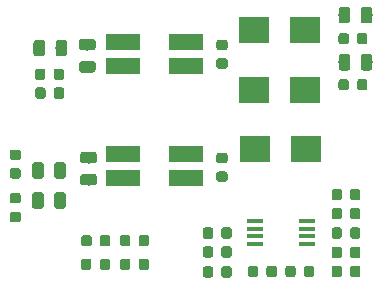
<source format=gtp>
G04 #@! TF.GenerationSoftware,KiCad,Pcbnew,(5.1.2)-1*
G04 #@! TF.CreationDate,2020-05-04T21:43:22+09:00*
G04 #@! TF.ProjectId,dcdc,64636463-2e6b-4696-9361-645f70636258,v1.2*
G04 #@! TF.SameCoordinates,Original*
G04 #@! TF.FileFunction,Paste,Top*
G04 #@! TF.FilePolarity,Positive*
%FSLAX46Y46*%
G04 Gerber Fmt 4.6, Leading zero omitted, Abs format (unit mm)*
G04 Created by KiCad (PCBNEW (5.1.2)-1) date 2020-05-04 21:43:22*
%MOMM*%
%LPD*%
G04 APERTURE LIST*
%ADD10C,0.100000*%
%ADD11C,0.875000*%
%ADD12R,3.000000X1.400000*%
%ADD13C,0.975000*%
%ADD14R,1.450000X0.450000*%
%ADD15R,2.500000X2.300000*%
G04 APERTURE END LIST*
D10*
G36*
X150215691Y-85726053D02*
G01*
X150236926Y-85729203D01*
X150257750Y-85734419D01*
X150277962Y-85741651D01*
X150297368Y-85750830D01*
X150315781Y-85761866D01*
X150333024Y-85774654D01*
X150348930Y-85789070D01*
X150363346Y-85804976D01*
X150376134Y-85822219D01*
X150387170Y-85840632D01*
X150396349Y-85860038D01*
X150403581Y-85880250D01*
X150408797Y-85901074D01*
X150411947Y-85922309D01*
X150413000Y-85943750D01*
X150413000Y-86456250D01*
X150411947Y-86477691D01*
X150408797Y-86498926D01*
X150403581Y-86519750D01*
X150396349Y-86539962D01*
X150387170Y-86559368D01*
X150376134Y-86577781D01*
X150363346Y-86595024D01*
X150348930Y-86610930D01*
X150333024Y-86625346D01*
X150315781Y-86638134D01*
X150297368Y-86649170D01*
X150277962Y-86658349D01*
X150257750Y-86665581D01*
X150236926Y-86670797D01*
X150215691Y-86673947D01*
X150194250Y-86675000D01*
X149756750Y-86675000D01*
X149735309Y-86673947D01*
X149714074Y-86670797D01*
X149693250Y-86665581D01*
X149673038Y-86658349D01*
X149653632Y-86649170D01*
X149635219Y-86638134D01*
X149617976Y-86625346D01*
X149602070Y-86610930D01*
X149587654Y-86595024D01*
X149574866Y-86577781D01*
X149563830Y-86559368D01*
X149554651Y-86539962D01*
X149547419Y-86519750D01*
X149542203Y-86498926D01*
X149539053Y-86477691D01*
X149538000Y-86456250D01*
X149538000Y-85943750D01*
X149539053Y-85922309D01*
X149542203Y-85901074D01*
X149547419Y-85880250D01*
X149554651Y-85860038D01*
X149563830Y-85840632D01*
X149574866Y-85822219D01*
X149587654Y-85804976D01*
X149602070Y-85789070D01*
X149617976Y-85774654D01*
X149635219Y-85761866D01*
X149653632Y-85750830D01*
X149673038Y-85741651D01*
X149693250Y-85734419D01*
X149714074Y-85729203D01*
X149735309Y-85726053D01*
X149756750Y-85725000D01*
X150194250Y-85725000D01*
X150215691Y-85726053D01*
X150215691Y-85726053D01*
G37*
D11*
X149975500Y-86200000D03*
D10*
G36*
X148640691Y-85726053D02*
G01*
X148661926Y-85729203D01*
X148682750Y-85734419D01*
X148702962Y-85741651D01*
X148722368Y-85750830D01*
X148740781Y-85761866D01*
X148758024Y-85774654D01*
X148773930Y-85789070D01*
X148788346Y-85804976D01*
X148801134Y-85822219D01*
X148812170Y-85840632D01*
X148821349Y-85860038D01*
X148828581Y-85880250D01*
X148833797Y-85901074D01*
X148836947Y-85922309D01*
X148838000Y-85943750D01*
X148838000Y-86456250D01*
X148836947Y-86477691D01*
X148833797Y-86498926D01*
X148828581Y-86519750D01*
X148821349Y-86539962D01*
X148812170Y-86559368D01*
X148801134Y-86577781D01*
X148788346Y-86595024D01*
X148773930Y-86610930D01*
X148758024Y-86625346D01*
X148740781Y-86638134D01*
X148722368Y-86649170D01*
X148702962Y-86658349D01*
X148682750Y-86665581D01*
X148661926Y-86670797D01*
X148640691Y-86673947D01*
X148619250Y-86675000D01*
X148181750Y-86675000D01*
X148160309Y-86673947D01*
X148139074Y-86670797D01*
X148118250Y-86665581D01*
X148098038Y-86658349D01*
X148078632Y-86649170D01*
X148060219Y-86638134D01*
X148042976Y-86625346D01*
X148027070Y-86610930D01*
X148012654Y-86595024D01*
X147999866Y-86577781D01*
X147988830Y-86559368D01*
X147979651Y-86539962D01*
X147972419Y-86519750D01*
X147967203Y-86498926D01*
X147964053Y-86477691D01*
X147963000Y-86456250D01*
X147963000Y-85943750D01*
X147964053Y-85922309D01*
X147967203Y-85901074D01*
X147972419Y-85880250D01*
X147979651Y-85860038D01*
X147988830Y-85840632D01*
X147999866Y-85822219D01*
X148012654Y-85804976D01*
X148027070Y-85789070D01*
X148042976Y-85774654D01*
X148060219Y-85761866D01*
X148078632Y-85750830D01*
X148098038Y-85741651D01*
X148118250Y-85734419D01*
X148139074Y-85729203D01*
X148160309Y-85726053D01*
X148181750Y-85725000D01*
X148619250Y-85725000D01*
X148640691Y-85726053D01*
X148640691Y-85726053D01*
G37*
D11*
X148400500Y-86200000D03*
D10*
G36*
X125377691Y-75888553D02*
G01*
X125398926Y-75891703D01*
X125419750Y-75896919D01*
X125439962Y-75904151D01*
X125459368Y-75913330D01*
X125477781Y-75924366D01*
X125495024Y-75937154D01*
X125510930Y-75951570D01*
X125525346Y-75967476D01*
X125538134Y-75984719D01*
X125549170Y-76003132D01*
X125558349Y-76022538D01*
X125565581Y-76042750D01*
X125570797Y-76063574D01*
X125573947Y-76084809D01*
X125575000Y-76106250D01*
X125575000Y-76543750D01*
X125573947Y-76565191D01*
X125570797Y-76586426D01*
X125565581Y-76607250D01*
X125558349Y-76627462D01*
X125549170Y-76646868D01*
X125538134Y-76665281D01*
X125525346Y-76682524D01*
X125510930Y-76698430D01*
X125495024Y-76712846D01*
X125477781Y-76725634D01*
X125459368Y-76736670D01*
X125439962Y-76745849D01*
X125419750Y-76753081D01*
X125398926Y-76758297D01*
X125377691Y-76761447D01*
X125356250Y-76762500D01*
X124843750Y-76762500D01*
X124822309Y-76761447D01*
X124801074Y-76758297D01*
X124780250Y-76753081D01*
X124760038Y-76745849D01*
X124740632Y-76736670D01*
X124722219Y-76725634D01*
X124704976Y-76712846D01*
X124689070Y-76698430D01*
X124674654Y-76682524D01*
X124661866Y-76665281D01*
X124650830Y-76646868D01*
X124641651Y-76627462D01*
X124634419Y-76607250D01*
X124629203Y-76586426D01*
X124626053Y-76565191D01*
X124625000Y-76543750D01*
X124625000Y-76106250D01*
X124626053Y-76084809D01*
X124629203Y-76063574D01*
X124634419Y-76042750D01*
X124641651Y-76022538D01*
X124650830Y-76003132D01*
X124661866Y-75984719D01*
X124674654Y-75967476D01*
X124689070Y-75951570D01*
X124704976Y-75937154D01*
X124722219Y-75924366D01*
X124740632Y-75913330D01*
X124760038Y-75904151D01*
X124780250Y-75896919D01*
X124801074Y-75891703D01*
X124822309Y-75888553D01*
X124843750Y-75887500D01*
X125356250Y-75887500D01*
X125377691Y-75888553D01*
X125377691Y-75888553D01*
G37*
D11*
X125100000Y-76325000D03*
D10*
G36*
X125377691Y-77463553D02*
G01*
X125398926Y-77466703D01*
X125419750Y-77471919D01*
X125439962Y-77479151D01*
X125459368Y-77488330D01*
X125477781Y-77499366D01*
X125495024Y-77512154D01*
X125510930Y-77526570D01*
X125525346Y-77542476D01*
X125538134Y-77559719D01*
X125549170Y-77578132D01*
X125558349Y-77597538D01*
X125565581Y-77617750D01*
X125570797Y-77638574D01*
X125573947Y-77659809D01*
X125575000Y-77681250D01*
X125575000Y-78118750D01*
X125573947Y-78140191D01*
X125570797Y-78161426D01*
X125565581Y-78182250D01*
X125558349Y-78202462D01*
X125549170Y-78221868D01*
X125538134Y-78240281D01*
X125525346Y-78257524D01*
X125510930Y-78273430D01*
X125495024Y-78287846D01*
X125477781Y-78300634D01*
X125459368Y-78311670D01*
X125439962Y-78320849D01*
X125419750Y-78328081D01*
X125398926Y-78333297D01*
X125377691Y-78336447D01*
X125356250Y-78337500D01*
X124843750Y-78337500D01*
X124822309Y-78336447D01*
X124801074Y-78333297D01*
X124780250Y-78328081D01*
X124760038Y-78320849D01*
X124740632Y-78311670D01*
X124722219Y-78300634D01*
X124704976Y-78287846D01*
X124689070Y-78273430D01*
X124674654Y-78257524D01*
X124661866Y-78240281D01*
X124650830Y-78221868D01*
X124641651Y-78202462D01*
X124634419Y-78182250D01*
X124629203Y-78161426D01*
X124626053Y-78140191D01*
X124625000Y-78118750D01*
X124625000Y-77681250D01*
X124626053Y-77659809D01*
X124629203Y-77638574D01*
X124634419Y-77617750D01*
X124641651Y-77597538D01*
X124650830Y-77578132D01*
X124661866Y-77559719D01*
X124674654Y-77542476D01*
X124689070Y-77526570D01*
X124704976Y-77512154D01*
X124722219Y-77499366D01*
X124740632Y-77488330D01*
X124760038Y-77479151D01*
X124780250Y-77471919D01*
X124801074Y-77466703D01*
X124822309Y-77463553D01*
X124843750Y-77462500D01*
X125356250Y-77462500D01*
X125377691Y-77463553D01*
X125377691Y-77463553D01*
G37*
D11*
X125100000Y-77900000D03*
D10*
G36*
X125377691Y-81151053D02*
G01*
X125398926Y-81154203D01*
X125419750Y-81159419D01*
X125439962Y-81166651D01*
X125459368Y-81175830D01*
X125477781Y-81186866D01*
X125495024Y-81199654D01*
X125510930Y-81214070D01*
X125525346Y-81229976D01*
X125538134Y-81247219D01*
X125549170Y-81265632D01*
X125558349Y-81285038D01*
X125565581Y-81305250D01*
X125570797Y-81326074D01*
X125573947Y-81347309D01*
X125575000Y-81368750D01*
X125575000Y-81806250D01*
X125573947Y-81827691D01*
X125570797Y-81848926D01*
X125565581Y-81869750D01*
X125558349Y-81889962D01*
X125549170Y-81909368D01*
X125538134Y-81927781D01*
X125525346Y-81945024D01*
X125510930Y-81960930D01*
X125495024Y-81975346D01*
X125477781Y-81988134D01*
X125459368Y-81999170D01*
X125439962Y-82008349D01*
X125419750Y-82015581D01*
X125398926Y-82020797D01*
X125377691Y-82023947D01*
X125356250Y-82025000D01*
X124843750Y-82025000D01*
X124822309Y-82023947D01*
X124801074Y-82020797D01*
X124780250Y-82015581D01*
X124760038Y-82008349D01*
X124740632Y-81999170D01*
X124722219Y-81988134D01*
X124704976Y-81975346D01*
X124689070Y-81960930D01*
X124674654Y-81945024D01*
X124661866Y-81927781D01*
X124650830Y-81909368D01*
X124641651Y-81889962D01*
X124634419Y-81869750D01*
X124629203Y-81848926D01*
X124626053Y-81827691D01*
X124625000Y-81806250D01*
X124625000Y-81368750D01*
X124626053Y-81347309D01*
X124629203Y-81326074D01*
X124634419Y-81305250D01*
X124641651Y-81285038D01*
X124650830Y-81265632D01*
X124661866Y-81247219D01*
X124674654Y-81229976D01*
X124689070Y-81214070D01*
X124704976Y-81199654D01*
X124722219Y-81186866D01*
X124740632Y-81175830D01*
X124760038Y-81166651D01*
X124780250Y-81159419D01*
X124801074Y-81154203D01*
X124822309Y-81151053D01*
X124843750Y-81150000D01*
X125356250Y-81150000D01*
X125377691Y-81151053D01*
X125377691Y-81151053D01*
G37*
D11*
X125100000Y-81587500D03*
D10*
G36*
X125377691Y-79576053D02*
G01*
X125398926Y-79579203D01*
X125419750Y-79584419D01*
X125439962Y-79591651D01*
X125459368Y-79600830D01*
X125477781Y-79611866D01*
X125495024Y-79624654D01*
X125510930Y-79639070D01*
X125525346Y-79654976D01*
X125538134Y-79672219D01*
X125549170Y-79690632D01*
X125558349Y-79710038D01*
X125565581Y-79730250D01*
X125570797Y-79751074D01*
X125573947Y-79772309D01*
X125575000Y-79793750D01*
X125575000Y-80231250D01*
X125573947Y-80252691D01*
X125570797Y-80273926D01*
X125565581Y-80294750D01*
X125558349Y-80314962D01*
X125549170Y-80334368D01*
X125538134Y-80352781D01*
X125525346Y-80370024D01*
X125510930Y-80385930D01*
X125495024Y-80400346D01*
X125477781Y-80413134D01*
X125459368Y-80424170D01*
X125439962Y-80433349D01*
X125419750Y-80440581D01*
X125398926Y-80445797D01*
X125377691Y-80448947D01*
X125356250Y-80450000D01*
X124843750Y-80450000D01*
X124822309Y-80448947D01*
X124801074Y-80445797D01*
X124780250Y-80440581D01*
X124760038Y-80433349D01*
X124740632Y-80424170D01*
X124722219Y-80413134D01*
X124704976Y-80400346D01*
X124689070Y-80385930D01*
X124674654Y-80370024D01*
X124661866Y-80352781D01*
X124650830Y-80334368D01*
X124641651Y-80314962D01*
X124634419Y-80294750D01*
X124629203Y-80273926D01*
X124626053Y-80252691D01*
X124625000Y-80231250D01*
X124625000Y-79793750D01*
X124626053Y-79772309D01*
X124629203Y-79751074D01*
X124634419Y-79730250D01*
X124641651Y-79710038D01*
X124650830Y-79690632D01*
X124661866Y-79672219D01*
X124674654Y-79654976D01*
X124689070Y-79639070D01*
X124704976Y-79624654D01*
X124722219Y-79611866D01*
X124740632Y-79600830D01*
X124760038Y-79591651D01*
X124780250Y-79584419D01*
X124801074Y-79579203D01*
X124822309Y-79576053D01*
X124843750Y-79575000D01*
X125356250Y-79575000D01*
X125377691Y-79576053D01*
X125377691Y-79576053D01*
G37*
D11*
X125100000Y-80012500D03*
D10*
G36*
X153140691Y-66026053D02*
G01*
X153161926Y-66029203D01*
X153182750Y-66034419D01*
X153202962Y-66041651D01*
X153222368Y-66050830D01*
X153240781Y-66061866D01*
X153258024Y-66074654D01*
X153273930Y-66089070D01*
X153288346Y-66104976D01*
X153301134Y-66122219D01*
X153312170Y-66140632D01*
X153321349Y-66160038D01*
X153328581Y-66180250D01*
X153333797Y-66201074D01*
X153336947Y-66222309D01*
X153338000Y-66243750D01*
X153338000Y-66756250D01*
X153336947Y-66777691D01*
X153333797Y-66798926D01*
X153328581Y-66819750D01*
X153321349Y-66839962D01*
X153312170Y-66859368D01*
X153301134Y-66877781D01*
X153288346Y-66895024D01*
X153273930Y-66910930D01*
X153258024Y-66925346D01*
X153240781Y-66938134D01*
X153222368Y-66949170D01*
X153202962Y-66958349D01*
X153182750Y-66965581D01*
X153161926Y-66970797D01*
X153140691Y-66973947D01*
X153119250Y-66975000D01*
X152681750Y-66975000D01*
X152660309Y-66973947D01*
X152639074Y-66970797D01*
X152618250Y-66965581D01*
X152598038Y-66958349D01*
X152578632Y-66949170D01*
X152560219Y-66938134D01*
X152542976Y-66925346D01*
X152527070Y-66910930D01*
X152512654Y-66895024D01*
X152499866Y-66877781D01*
X152488830Y-66859368D01*
X152479651Y-66839962D01*
X152472419Y-66819750D01*
X152467203Y-66798926D01*
X152464053Y-66777691D01*
X152463000Y-66756250D01*
X152463000Y-66243750D01*
X152464053Y-66222309D01*
X152467203Y-66201074D01*
X152472419Y-66180250D01*
X152479651Y-66160038D01*
X152488830Y-66140632D01*
X152499866Y-66122219D01*
X152512654Y-66104976D01*
X152527070Y-66089070D01*
X152542976Y-66074654D01*
X152560219Y-66061866D01*
X152578632Y-66050830D01*
X152598038Y-66041651D01*
X152618250Y-66034419D01*
X152639074Y-66029203D01*
X152660309Y-66026053D01*
X152681750Y-66025000D01*
X153119250Y-66025000D01*
X153140691Y-66026053D01*
X153140691Y-66026053D01*
G37*
D11*
X152900500Y-66500000D03*
D10*
G36*
X154715691Y-66026053D02*
G01*
X154736926Y-66029203D01*
X154757750Y-66034419D01*
X154777962Y-66041651D01*
X154797368Y-66050830D01*
X154815781Y-66061866D01*
X154833024Y-66074654D01*
X154848930Y-66089070D01*
X154863346Y-66104976D01*
X154876134Y-66122219D01*
X154887170Y-66140632D01*
X154896349Y-66160038D01*
X154903581Y-66180250D01*
X154908797Y-66201074D01*
X154911947Y-66222309D01*
X154913000Y-66243750D01*
X154913000Y-66756250D01*
X154911947Y-66777691D01*
X154908797Y-66798926D01*
X154903581Y-66819750D01*
X154896349Y-66839962D01*
X154887170Y-66859368D01*
X154876134Y-66877781D01*
X154863346Y-66895024D01*
X154848930Y-66910930D01*
X154833024Y-66925346D01*
X154815781Y-66938134D01*
X154797368Y-66949170D01*
X154777962Y-66958349D01*
X154757750Y-66965581D01*
X154736926Y-66970797D01*
X154715691Y-66973947D01*
X154694250Y-66975000D01*
X154256750Y-66975000D01*
X154235309Y-66973947D01*
X154214074Y-66970797D01*
X154193250Y-66965581D01*
X154173038Y-66958349D01*
X154153632Y-66949170D01*
X154135219Y-66938134D01*
X154117976Y-66925346D01*
X154102070Y-66910930D01*
X154087654Y-66895024D01*
X154074866Y-66877781D01*
X154063830Y-66859368D01*
X154054651Y-66839962D01*
X154047419Y-66819750D01*
X154042203Y-66798926D01*
X154039053Y-66777691D01*
X154038000Y-66756250D01*
X154038000Y-66243750D01*
X154039053Y-66222309D01*
X154042203Y-66201074D01*
X154047419Y-66180250D01*
X154054651Y-66160038D01*
X154063830Y-66140632D01*
X154074866Y-66122219D01*
X154087654Y-66104976D01*
X154102070Y-66089070D01*
X154117976Y-66074654D01*
X154135219Y-66061866D01*
X154153632Y-66050830D01*
X154173038Y-66041651D01*
X154193250Y-66034419D01*
X154214074Y-66029203D01*
X154235309Y-66026053D01*
X154256750Y-66025000D01*
X154694250Y-66025000D01*
X154715691Y-66026053D01*
X154715691Y-66026053D01*
G37*
D11*
X154475500Y-66500000D03*
D10*
G36*
X127440691Y-69026053D02*
G01*
X127461926Y-69029203D01*
X127482750Y-69034419D01*
X127502962Y-69041651D01*
X127522368Y-69050830D01*
X127540781Y-69061866D01*
X127558024Y-69074654D01*
X127573930Y-69089070D01*
X127588346Y-69104976D01*
X127601134Y-69122219D01*
X127612170Y-69140632D01*
X127621349Y-69160038D01*
X127628581Y-69180250D01*
X127633797Y-69201074D01*
X127636947Y-69222309D01*
X127638000Y-69243750D01*
X127638000Y-69756250D01*
X127636947Y-69777691D01*
X127633797Y-69798926D01*
X127628581Y-69819750D01*
X127621349Y-69839962D01*
X127612170Y-69859368D01*
X127601134Y-69877781D01*
X127588346Y-69895024D01*
X127573930Y-69910930D01*
X127558024Y-69925346D01*
X127540781Y-69938134D01*
X127522368Y-69949170D01*
X127502962Y-69958349D01*
X127482750Y-69965581D01*
X127461926Y-69970797D01*
X127440691Y-69973947D01*
X127419250Y-69975000D01*
X126981750Y-69975000D01*
X126960309Y-69973947D01*
X126939074Y-69970797D01*
X126918250Y-69965581D01*
X126898038Y-69958349D01*
X126878632Y-69949170D01*
X126860219Y-69938134D01*
X126842976Y-69925346D01*
X126827070Y-69910930D01*
X126812654Y-69895024D01*
X126799866Y-69877781D01*
X126788830Y-69859368D01*
X126779651Y-69839962D01*
X126772419Y-69819750D01*
X126767203Y-69798926D01*
X126764053Y-69777691D01*
X126763000Y-69756250D01*
X126763000Y-69243750D01*
X126764053Y-69222309D01*
X126767203Y-69201074D01*
X126772419Y-69180250D01*
X126779651Y-69160038D01*
X126788830Y-69140632D01*
X126799866Y-69122219D01*
X126812654Y-69104976D01*
X126827070Y-69089070D01*
X126842976Y-69074654D01*
X126860219Y-69061866D01*
X126878632Y-69050830D01*
X126898038Y-69041651D01*
X126918250Y-69034419D01*
X126939074Y-69029203D01*
X126960309Y-69026053D01*
X126981750Y-69025000D01*
X127419250Y-69025000D01*
X127440691Y-69026053D01*
X127440691Y-69026053D01*
G37*
D11*
X127200500Y-69500000D03*
D10*
G36*
X129015691Y-69026053D02*
G01*
X129036926Y-69029203D01*
X129057750Y-69034419D01*
X129077962Y-69041651D01*
X129097368Y-69050830D01*
X129115781Y-69061866D01*
X129133024Y-69074654D01*
X129148930Y-69089070D01*
X129163346Y-69104976D01*
X129176134Y-69122219D01*
X129187170Y-69140632D01*
X129196349Y-69160038D01*
X129203581Y-69180250D01*
X129208797Y-69201074D01*
X129211947Y-69222309D01*
X129213000Y-69243750D01*
X129213000Y-69756250D01*
X129211947Y-69777691D01*
X129208797Y-69798926D01*
X129203581Y-69819750D01*
X129196349Y-69839962D01*
X129187170Y-69859368D01*
X129176134Y-69877781D01*
X129163346Y-69895024D01*
X129148930Y-69910930D01*
X129133024Y-69925346D01*
X129115781Y-69938134D01*
X129097368Y-69949170D01*
X129077962Y-69958349D01*
X129057750Y-69965581D01*
X129036926Y-69970797D01*
X129015691Y-69973947D01*
X128994250Y-69975000D01*
X128556750Y-69975000D01*
X128535309Y-69973947D01*
X128514074Y-69970797D01*
X128493250Y-69965581D01*
X128473038Y-69958349D01*
X128453632Y-69949170D01*
X128435219Y-69938134D01*
X128417976Y-69925346D01*
X128402070Y-69910930D01*
X128387654Y-69895024D01*
X128374866Y-69877781D01*
X128363830Y-69859368D01*
X128354651Y-69839962D01*
X128347419Y-69819750D01*
X128342203Y-69798926D01*
X128339053Y-69777691D01*
X128338000Y-69756250D01*
X128338000Y-69243750D01*
X128339053Y-69222309D01*
X128342203Y-69201074D01*
X128347419Y-69180250D01*
X128354651Y-69160038D01*
X128363830Y-69140632D01*
X128374866Y-69122219D01*
X128387654Y-69104976D01*
X128402070Y-69089070D01*
X128417976Y-69074654D01*
X128435219Y-69061866D01*
X128453632Y-69050830D01*
X128473038Y-69041651D01*
X128493250Y-69034419D01*
X128514074Y-69029203D01*
X128535309Y-69026053D01*
X128556750Y-69025000D01*
X128994250Y-69025000D01*
X129015691Y-69026053D01*
X129015691Y-69026053D01*
G37*
D11*
X128775500Y-69500000D03*
D12*
X134250000Y-68800000D03*
X134250000Y-66800000D03*
X139550000Y-68800000D03*
X139550000Y-66800000D03*
X134250000Y-78300000D03*
X134250000Y-76300000D03*
X139550000Y-78300000D03*
X139550000Y-76300000D03*
D10*
G36*
X155105142Y-67801174D02*
G01*
X155128803Y-67804684D01*
X155152007Y-67810496D01*
X155174529Y-67818554D01*
X155196153Y-67828782D01*
X155216670Y-67841079D01*
X155235883Y-67855329D01*
X155253607Y-67871393D01*
X155269671Y-67889117D01*
X155283921Y-67908330D01*
X155296218Y-67928847D01*
X155306446Y-67950471D01*
X155314504Y-67972993D01*
X155320316Y-67996197D01*
X155323826Y-68019858D01*
X155325000Y-68043750D01*
X155325000Y-68956250D01*
X155323826Y-68980142D01*
X155320316Y-69003803D01*
X155314504Y-69027007D01*
X155306446Y-69049529D01*
X155296218Y-69071153D01*
X155283921Y-69091670D01*
X155269671Y-69110883D01*
X155253607Y-69128607D01*
X155235883Y-69144671D01*
X155216670Y-69158921D01*
X155196153Y-69171218D01*
X155174529Y-69181446D01*
X155152007Y-69189504D01*
X155128803Y-69195316D01*
X155105142Y-69198826D01*
X155081250Y-69200000D01*
X154593750Y-69200000D01*
X154569858Y-69198826D01*
X154546197Y-69195316D01*
X154522993Y-69189504D01*
X154500471Y-69181446D01*
X154478847Y-69171218D01*
X154458330Y-69158921D01*
X154439117Y-69144671D01*
X154421393Y-69128607D01*
X154405329Y-69110883D01*
X154391079Y-69091670D01*
X154378782Y-69071153D01*
X154368554Y-69049529D01*
X154360496Y-69027007D01*
X154354684Y-69003803D01*
X154351174Y-68980142D01*
X154350000Y-68956250D01*
X154350000Y-68043750D01*
X154351174Y-68019858D01*
X154354684Y-67996197D01*
X154360496Y-67972993D01*
X154368554Y-67950471D01*
X154378782Y-67928847D01*
X154391079Y-67908330D01*
X154405329Y-67889117D01*
X154421393Y-67871393D01*
X154439117Y-67855329D01*
X154458330Y-67841079D01*
X154478847Y-67828782D01*
X154500471Y-67818554D01*
X154522993Y-67810496D01*
X154546197Y-67804684D01*
X154569858Y-67801174D01*
X154593750Y-67800000D01*
X155081250Y-67800000D01*
X155105142Y-67801174D01*
X155105142Y-67801174D01*
G37*
D13*
X154837500Y-68500000D03*
D10*
G36*
X153230142Y-67801174D02*
G01*
X153253803Y-67804684D01*
X153277007Y-67810496D01*
X153299529Y-67818554D01*
X153321153Y-67828782D01*
X153341670Y-67841079D01*
X153360883Y-67855329D01*
X153378607Y-67871393D01*
X153394671Y-67889117D01*
X153408921Y-67908330D01*
X153421218Y-67928847D01*
X153431446Y-67950471D01*
X153439504Y-67972993D01*
X153445316Y-67996197D01*
X153448826Y-68019858D01*
X153450000Y-68043750D01*
X153450000Y-68956250D01*
X153448826Y-68980142D01*
X153445316Y-69003803D01*
X153439504Y-69027007D01*
X153431446Y-69049529D01*
X153421218Y-69071153D01*
X153408921Y-69091670D01*
X153394671Y-69110883D01*
X153378607Y-69128607D01*
X153360883Y-69144671D01*
X153341670Y-69158921D01*
X153321153Y-69171218D01*
X153299529Y-69181446D01*
X153277007Y-69189504D01*
X153253803Y-69195316D01*
X153230142Y-69198826D01*
X153206250Y-69200000D01*
X152718750Y-69200000D01*
X152694858Y-69198826D01*
X152671197Y-69195316D01*
X152647993Y-69189504D01*
X152625471Y-69181446D01*
X152603847Y-69171218D01*
X152583330Y-69158921D01*
X152564117Y-69144671D01*
X152546393Y-69128607D01*
X152530329Y-69110883D01*
X152516079Y-69091670D01*
X152503782Y-69071153D01*
X152493554Y-69049529D01*
X152485496Y-69027007D01*
X152479684Y-69003803D01*
X152476174Y-68980142D01*
X152475000Y-68956250D01*
X152475000Y-68043750D01*
X152476174Y-68019858D01*
X152479684Y-67996197D01*
X152485496Y-67972993D01*
X152493554Y-67950471D01*
X152503782Y-67928847D01*
X152516079Y-67908330D01*
X152530329Y-67889117D01*
X152546393Y-67871393D01*
X152564117Y-67855329D01*
X152583330Y-67841079D01*
X152603847Y-67828782D01*
X152625471Y-67818554D01*
X152647993Y-67810496D01*
X152671197Y-67804684D01*
X152694858Y-67801174D01*
X152718750Y-67800000D01*
X153206250Y-67800000D01*
X153230142Y-67801174D01*
X153230142Y-67801174D01*
G37*
D13*
X152962500Y-68500000D03*
D10*
G36*
X131780142Y-76076174D02*
G01*
X131803803Y-76079684D01*
X131827007Y-76085496D01*
X131849529Y-76093554D01*
X131871153Y-76103782D01*
X131891670Y-76116079D01*
X131910883Y-76130329D01*
X131928607Y-76146393D01*
X131944671Y-76164117D01*
X131958921Y-76183330D01*
X131971218Y-76203847D01*
X131981446Y-76225471D01*
X131989504Y-76247993D01*
X131995316Y-76271197D01*
X131998826Y-76294858D01*
X132000000Y-76318750D01*
X132000000Y-76806250D01*
X131998826Y-76830142D01*
X131995316Y-76853803D01*
X131989504Y-76877007D01*
X131981446Y-76899529D01*
X131971218Y-76921153D01*
X131958921Y-76941670D01*
X131944671Y-76960883D01*
X131928607Y-76978607D01*
X131910883Y-76994671D01*
X131891670Y-77008921D01*
X131871153Y-77021218D01*
X131849529Y-77031446D01*
X131827007Y-77039504D01*
X131803803Y-77045316D01*
X131780142Y-77048826D01*
X131756250Y-77050000D01*
X130843750Y-77050000D01*
X130819858Y-77048826D01*
X130796197Y-77045316D01*
X130772993Y-77039504D01*
X130750471Y-77031446D01*
X130728847Y-77021218D01*
X130708330Y-77008921D01*
X130689117Y-76994671D01*
X130671393Y-76978607D01*
X130655329Y-76960883D01*
X130641079Y-76941670D01*
X130628782Y-76921153D01*
X130618554Y-76899529D01*
X130610496Y-76877007D01*
X130604684Y-76853803D01*
X130601174Y-76830142D01*
X130600000Y-76806250D01*
X130600000Y-76318750D01*
X130601174Y-76294858D01*
X130604684Y-76271197D01*
X130610496Y-76247993D01*
X130618554Y-76225471D01*
X130628782Y-76203847D01*
X130641079Y-76183330D01*
X130655329Y-76164117D01*
X130671393Y-76146393D01*
X130689117Y-76130329D01*
X130708330Y-76116079D01*
X130728847Y-76103782D01*
X130750471Y-76093554D01*
X130772993Y-76085496D01*
X130796197Y-76079684D01*
X130819858Y-76076174D01*
X130843750Y-76075000D01*
X131756250Y-76075000D01*
X131780142Y-76076174D01*
X131780142Y-76076174D01*
G37*
D13*
X131300000Y-76562500D03*
D10*
G36*
X131780142Y-77951174D02*
G01*
X131803803Y-77954684D01*
X131827007Y-77960496D01*
X131849529Y-77968554D01*
X131871153Y-77978782D01*
X131891670Y-77991079D01*
X131910883Y-78005329D01*
X131928607Y-78021393D01*
X131944671Y-78039117D01*
X131958921Y-78058330D01*
X131971218Y-78078847D01*
X131981446Y-78100471D01*
X131989504Y-78122993D01*
X131995316Y-78146197D01*
X131998826Y-78169858D01*
X132000000Y-78193750D01*
X132000000Y-78681250D01*
X131998826Y-78705142D01*
X131995316Y-78728803D01*
X131989504Y-78752007D01*
X131981446Y-78774529D01*
X131971218Y-78796153D01*
X131958921Y-78816670D01*
X131944671Y-78835883D01*
X131928607Y-78853607D01*
X131910883Y-78869671D01*
X131891670Y-78883921D01*
X131871153Y-78896218D01*
X131849529Y-78906446D01*
X131827007Y-78914504D01*
X131803803Y-78920316D01*
X131780142Y-78923826D01*
X131756250Y-78925000D01*
X130843750Y-78925000D01*
X130819858Y-78923826D01*
X130796197Y-78920316D01*
X130772993Y-78914504D01*
X130750471Y-78906446D01*
X130728847Y-78896218D01*
X130708330Y-78883921D01*
X130689117Y-78869671D01*
X130671393Y-78853607D01*
X130655329Y-78835883D01*
X130641079Y-78816670D01*
X130628782Y-78796153D01*
X130618554Y-78774529D01*
X130610496Y-78752007D01*
X130604684Y-78728803D01*
X130601174Y-78705142D01*
X130600000Y-78681250D01*
X130600000Y-78193750D01*
X130601174Y-78169858D01*
X130604684Y-78146197D01*
X130610496Y-78122993D01*
X130618554Y-78100471D01*
X130628782Y-78078847D01*
X130641079Y-78058330D01*
X130655329Y-78039117D01*
X130671393Y-78021393D01*
X130689117Y-78005329D01*
X130708330Y-77991079D01*
X130728847Y-77978782D01*
X130750471Y-77968554D01*
X130772993Y-77960496D01*
X130796197Y-77954684D01*
X130819858Y-77951174D01*
X130843750Y-77950000D01*
X131756250Y-77950000D01*
X131780142Y-77951174D01*
X131780142Y-77951174D01*
G37*
D13*
X131300000Y-78437500D03*
D10*
G36*
X153230142Y-63801174D02*
G01*
X153253803Y-63804684D01*
X153277007Y-63810496D01*
X153299529Y-63818554D01*
X153321153Y-63828782D01*
X153341670Y-63841079D01*
X153360883Y-63855329D01*
X153378607Y-63871393D01*
X153394671Y-63889117D01*
X153408921Y-63908330D01*
X153421218Y-63928847D01*
X153431446Y-63950471D01*
X153439504Y-63972993D01*
X153445316Y-63996197D01*
X153448826Y-64019858D01*
X153450000Y-64043750D01*
X153450000Y-64956250D01*
X153448826Y-64980142D01*
X153445316Y-65003803D01*
X153439504Y-65027007D01*
X153431446Y-65049529D01*
X153421218Y-65071153D01*
X153408921Y-65091670D01*
X153394671Y-65110883D01*
X153378607Y-65128607D01*
X153360883Y-65144671D01*
X153341670Y-65158921D01*
X153321153Y-65171218D01*
X153299529Y-65181446D01*
X153277007Y-65189504D01*
X153253803Y-65195316D01*
X153230142Y-65198826D01*
X153206250Y-65200000D01*
X152718750Y-65200000D01*
X152694858Y-65198826D01*
X152671197Y-65195316D01*
X152647993Y-65189504D01*
X152625471Y-65181446D01*
X152603847Y-65171218D01*
X152583330Y-65158921D01*
X152564117Y-65144671D01*
X152546393Y-65128607D01*
X152530329Y-65110883D01*
X152516079Y-65091670D01*
X152503782Y-65071153D01*
X152493554Y-65049529D01*
X152485496Y-65027007D01*
X152479684Y-65003803D01*
X152476174Y-64980142D01*
X152475000Y-64956250D01*
X152475000Y-64043750D01*
X152476174Y-64019858D01*
X152479684Y-63996197D01*
X152485496Y-63972993D01*
X152493554Y-63950471D01*
X152503782Y-63928847D01*
X152516079Y-63908330D01*
X152530329Y-63889117D01*
X152546393Y-63871393D01*
X152564117Y-63855329D01*
X152583330Y-63841079D01*
X152603847Y-63828782D01*
X152625471Y-63818554D01*
X152647993Y-63810496D01*
X152671197Y-63804684D01*
X152694858Y-63801174D01*
X152718750Y-63800000D01*
X153206250Y-63800000D01*
X153230142Y-63801174D01*
X153230142Y-63801174D01*
G37*
D13*
X152962500Y-64500000D03*
D10*
G36*
X155105142Y-63801174D02*
G01*
X155128803Y-63804684D01*
X155152007Y-63810496D01*
X155174529Y-63818554D01*
X155196153Y-63828782D01*
X155216670Y-63841079D01*
X155235883Y-63855329D01*
X155253607Y-63871393D01*
X155269671Y-63889117D01*
X155283921Y-63908330D01*
X155296218Y-63928847D01*
X155306446Y-63950471D01*
X155314504Y-63972993D01*
X155320316Y-63996197D01*
X155323826Y-64019858D01*
X155325000Y-64043750D01*
X155325000Y-64956250D01*
X155323826Y-64980142D01*
X155320316Y-65003803D01*
X155314504Y-65027007D01*
X155306446Y-65049529D01*
X155296218Y-65071153D01*
X155283921Y-65091670D01*
X155269671Y-65110883D01*
X155253607Y-65128607D01*
X155235883Y-65144671D01*
X155216670Y-65158921D01*
X155196153Y-65171218D01*
X155174529Y-65181446D01*
X155152007Y-65189504D01*
X155128803Y-65195316D01*
X155105142Y-65198826D01*
X155081250Y-65200000D01*
X154593750Y-65200000D01*
X154569858Y-65198826D01*
X154546197Y-65195316D01*
X154522993Y-65189504D01*
X154500471Y-65181446D01*
X154478847Y-65171218D01*
X154458330Y-65158921D01*
X154439117Y-65144671D01*
X154421393Y-65128607D01*
X154405329Y-65110883D01*
X154391079Y-65091670D01*
X154378782Y-65071153D01*
X154368554Y-65049529D01*
X154360496Y-65027007D01*
X154354684Y-65003803D01*
X154351174Y-64980142D01*
X154350000Y-64956250D01*
X154350000Y-64043750D01*
X154351174Y-64019858D01*
X154354684Y-63996197D01*
X154360496Y-63972993D01*
X154368554Y-63950471D01*
X154378782Y-63928847D01*
X154391079Y-63908330D01*
X154405329Y-63889117D01*
X154421393Y-63871393D01*
X154439117Y-63855329D01*
X154458330Y-63841079D01*
X154478847Y-63828782D01*
X154500471Y-63818554D01*
X154522993Y-63810496D01*
X154546197Y-63804684D01*
X154569858Y-63801174D01*
X154593750Y-63800000D01*
X155081250Y-63800000D01*
X155105142Y-63801174D01*
X155105142Y-63801174D01*
G37*
D13*
X154837500Y-64500000D03*
D10*
G36*
X154127691Y-85726053D02*
G01*
X154148926Y-85729203D01*
X154169750Y-85734419D01*
X154189962Y-85741651D01*
X154209368Y-85750830D01*
X154227781Y-85761866D01*
X154245024Y-85774654D01*
X154260930Y-85789070D01*
X154275346Y-85804976D01*
X154288134Y-85822219D01*
X154299170Y-85840632D01*
X154308349Y-85860038D01*
X154315581Y-85880250D01*
X154320797Y-85901074D01*
X154323947Y-85922309D01*
X154325000Y-85943750D01*
X154325000Y-86456250D01*
X154323947Y-86477691D01*
X154320797Y-86498926D01*
X154315581Y-86519750D01*
X154308349Y-86539962D01*
X154299170Y-86559368D01*
X154288134Y-86577781D01*
X154275346Y-86595024D01*
X154260930Y-86610930D01*
X154245024Y-86625346D01*
X154227781Y-86638134D01*
X154209368Y-86649170D01*
X154189962Y-86658349D01*
X154169750Y-86665581D01*
X154148926Y-86670797D01*
X154127691Y-86673947D01*
X154106250Y-86675000D01*
X153668750Y-86675000D01*
X153647309Y-86673947D01*
X153626074Y-86670797D01*
X153605250Y-86665581D01*
X153585038Y-86658349D01*
X153565632Y-86649170D01*
X153547219Y-86638134D01*
X153529976Y-86625346D01*
X153514070Y-86610930D01*
X153499654Y-86595024D01*
X153486866Y-86577781D01*
X153475830Y-86559368D01*
X153466651Y-86539962D01*
X153459419Y-86519750D01*
X153454203Y-86498926D01*
X153451053Y-86477691D01*
X153450000Y-86456250D01*
X153450000Y-85943750D01*
X153451053Y-85922309D01*
X153454203Y-85901074D01*
X153459419Y-85880250D01*
X153466651Y-85860038D01*
X153475830Y-85840632D01*
X153486866Y-85822219D01*
X153499654Y-85804976D01*
X153514070Y-85789070D01*
X153529976Y-85774654D01*
X153547219Y-85761866D01*
X153565632Y-85750830D01*
X153585038Y-85741651D01*
X153605250Y-85734419D01*
X153626074Y-85729203D01*
X153647309Y-85726053D01*
X153668750Y-85725000D01*
X154106250Y-85725000D01*
X154127691Y-85726053D01*
X154127691Y-85726053D01*
G37*
D11*
X153887500Y-86200000D03*
D10*
G36*
X152552691Y-85726053D02*
G01*
X152573926Y-85729203D01*
X152594750Y-85734419D01*
X152614962Y-85741651D01*
X152634368Y-85750830D01*
X152652781Y-85761866D01*
X152670024Y-85774654D01*
X152685930Y-85789070D01*
X152700346Y-85804976D01*
X152713134Y-85822219D01*
X152724170Y-85840632D01*
X152733349Y-85860038D01*
X152740581Y-85880250D01*
X152745797Y-85901074D01*
X152748947Y-85922309D01*
X152750000Y-85943750D01*
X152750000Y-86456250D01*
X152748947Y-86477691D01*
X152745797Y-86498926D01*
X152740581Y-86519750D01*
X152733349Y-86539962D01*
X152724170Y-86559368D01*
X152713134Y-86577781D01*
X152700346Y-86595024D01*
X152685930Y-86610930D01*
X152670024Y-86625346D01*
X152652781Y-86638134D01*
X152634368Y-86649170D01*
X152614962Y-86658349D01*
X152594750Y-86665581D01*
X152573926Y-86670797D01*
X152552691Y-86673947D01*
X152531250Y-86675000D01*
X152093750Y-86675000D01*
X152072309Y-86673947D01*
X152051074Y-86670797D01*
X152030250Y-86665581D01*
X152010038Y-86658349D01*
X151990632Y-86649170D01*
X151972219Y-86638134D01*
X151954976Y-86625346D01*
X151939070Y-86610930D01*
X151924654Y-86595024D01*
X151911866Y-86577781D01*
X151900830Y-86559368D01*
X151891651Y-86539962D01*
X151884419Y-86519750D01*
X151879203Y-86498926D01*
X151876053Y-86477691D01*
X151875000Y-86456250D01*
X151875000Y-85943750D01*
X151876053Y-85922309D01*
X151879203Y-85901074D01*
X151884419Y-85880250D01*
X151891651Y-85860038D01*
X151900830Y-85840632D01*
X151911866Y-85822219D01*
X151924654Y-85804976D01*
X151939070Y-85789070D01*
X151954976Y-85774654D01*
X151972219Y-85761866D01*
X151990632Y-85750830D01*
X152010038Y-85741651D01*
X152030250Y-85734419D01*
X152051074Y-85729203D01*
X152072309Y-85726053D01*
X152093750Y-85725000D01*
X152531250Y-85725000D01*
X152552691Y-85726053D01*
X152552691Y-85726053D01*
G37*
D11*
X152312500Y-86200000D03*
D10*
G36*
X154715691Y-69926053D02*
G01*
X154736926Y-69929203D01*
X154757750Y-69934419D01*
X154777962Y-69941651D01*
X154797368Y-69950830D01*
X154815781Y-69961866D01*
X154833024Y-69974654D01*
X154848930Y-69989070D01*
X154863346Y-70004976D01*
X154876134Y-70022219D01*
X154887170Y-70040632D01*
X154896349Y-70060038D01*
X154903581Y-70080250D01*
X154908797Y-70101074D01*
X154911947Y-70122309D01*
X154913000Y-70143750D01*
X154913000Y-70656250D01*
X154911947Y-70677691D01*
X154908797Y-70698926D01*
X154903581Y-70719750D01*
X154896349Y-70739962D01*
X154887170Y-70759368D01*
X154876134Y-70777781D01*
X154863346Y-70795024D01*
X154848930Y-70810930D01*
X154833024Y-70825346D01*
X154815781Y-70838134D01*
X154797368Y-70849170D01*
X154777962Y-70858349D01*
X154757750Y-70865581D01*
X154736926Y-70870797D01*
X154715691Y-70873947D01*
X154694250Y-70875000D01*
X154256750Y-70875000D01*
X154235309Y-70873947D01*
X154214074Y-70870797D01*
X154193250Y-70865581D01*
X154173038Y-70858349D01*
X154153632Y-70849170D01*
X154135219Y-70838134D01*
X154117976Y-70825346D01*
X154102070Y-70810930D01*
X154087654Y-70795024D01*
X154074866Y-70777781D01*
X154063830Y-70759368D01*
X154054651Y-70739962D01*
X154047419Y-70719750D01*
X154042203Y-70698926D01*
X154039053Y-70677691D01*
X154038000Y-70656250D01*
X154038000Y-70143750D01*
X154039053Y-70122309D01*
X154042203Y-70101074D01*
X154047419Y-70080250D01*
X154054651Y-70060038D01*
X154063830Y-70040632D01*
X154074866Y-70022219D01*
X154087654Y-70004976D01*
X154102070Y-69989070D01*
X154117976Y-69974654D01*
X154135219Y-69961866D01*
X154153632Y-69950830D01*
X154173038Y-69941651D01*
X154193250Y-69934419D01*
X154214074Y-69929203D01*
X154235309Y-69926053D01*
X154256750Y-69925000D01*
X154694250Y-69925000D01*
X154715691Y-69926053D01*
X154715691Y-69926053D01*
G37*
D11*
X154475500Y-70400000D03*
D10*
G36*
X153140691Y-69926053D02*
G01*
X153161926Y-69929203D01*
X153182750Y-69934419D01*
X153202962Y-69941651D01*
X153222368Y-69950830D01*
X153240781Y-69961866D01*
X153258024Y-69974654D01*
X153273930Y-69989070D01*
X153288346Y-70004976D01*
X153301134Y-70022219D01*
X153312170Y-70040632D01*
X153321349Y-70060038D01*
X153328581Y-70080250D01*
X153333797Y-70101074D01*
X153336947Y-70122309D01*
X153338000Y-70143750D01*
X153338000Y-70656250D01*
X153336947Y-70677691D01*
X153333797Y-70698926D01*
X153328581Y-70719750D01*
X153321349Y-70739962D01*
X153312170Y-70759368D01*
X153301134Y-70777781D01*
X153288346Y-70795024D01*
X153273930Y-70810930D01*
X153258024Y-70825346D01*
X153240781Y-70838134D01*
X153222368Y-70849170D01*
X153202962Y-70858349D01*
X153182750Y-70865581D01*
X153161926Y-70870797D01*
X153140691Y-70873947D01*
X153119250Y-70875000D01*
X152681750Y-70875000D01*
X152660309Y-70873947D01*
X152639074Y-70870797D01*
X152618250Y-70865581D01*
X152598038Y-70858349D01*
X152578632Y-70849170D01*
X152560219Y-70838134D01*
X152542976Y-70825346D01*
X152527070Y-70810930D01*
X152512654Y-70795024D01*
X152499866Y-70777781D01*
X152488830Y-70759368D01*
X152479651Y-70739962D01*
X152472419Y-70719750D01*
X152467203Y-70698926D01*
X152464053Y-70677691D01*
X152463000Y-70656250D01*
X152463000Y-70143750D01*
X152464053Y-70122309D01*
X152467203Y-70101074D01*
X152472419Y-70080250D01*
X152479651Y-70060038D01*
X152488830Y-70040632D01*
X152499866Y-70022219D01*
X152512654Y-70004976D01*
X152527070Y-69989070D01*
X152542976Y-69974654D01*
X152560219Y-69961866D01*
X152578632Y-69950830D01*
X152598038Y-69941651D01*
X152618250Y-69934419D01*
X152639074Y-69929203D01*
X152660309Y-69926053D01*
X152681750Y-69925000D01*
X153119250Y-69925000D01*
X153140691Y-69926053D01*
X153140691Y-69926053D01*
G37*
D11*
X152900500Y-70400000D03*
D10*
G36*
X154127691Y-84126053D02*
G01*
X154148926Y-84129203D01*
X154169750Y-84134419D01*
X154189962Y-84141651D01*
X154209368Y-84150830D01*
X154227781Y-84161866D01*
X154245024Y-84174654D01*
X154260930Y-84189070D01*
X154275346Y-84204976D01*
X154288134Y-84222219D01*
X154299170Y-84240632D01*
X154308349Y-84260038D01*
X154315581Y-84280250D01*
X154320797Y-84301074D01*
X154323947Y-84322309D01*
X154325000Y-84343750D01*
X154325000Y-84856250D01*
X154323947Y-84877691D01*
X154320797Y-84898926D01*
X154315581Y-84919750D01*
X154308349Y-84939962D01*
X154299170Y-84959368D01*
X154288134Y-84977781D01*
X154275346Y-84995024D01*
X154260930Y-85010930D01*
X154245024Y-85025346D01*
X154227781Y-85038134D01*
X154209368Y-85049170D01*
X154189962Y-85058349D01*
X154169750Y-85065581D01*
X154148926Y-85070797D01*
X154127691Y-85073947D01*
X154106250Y-85075000D01*
X153668750Y-85075000D01*
X153647309Y-85073947D01*
X153626074Y-85070797D01*
X153605250Y-85065581D01*
X153585038Y-85058349D01*
X153565632Y-85049170D01*
X153547219Y-85038134D01*
X153529976Y-85025346D01*
X153514070Y-85010930D01*
X153499654Y-84995024D01*
X153486866Y-84977781D01*
X153475830Y-84959368D01*
X153466651Y-84939962D01*
X153459419Y-84919750D01*
X153454203Y-84898926D01*
X153451053Y-84877691D01*
X153450000Y-84856250D01*
X153450000Y-84343750D01*
X153451053Y-84322309D01*
X153454203Y-84301074D01*
X153459419Y-84280250D01*
X153466651Y-84260038D01*
X153475830Y-84240632D01*
X153486866Y-84222219D01*
X153499654Y-84204976D01*
X153514070Y-84189070D01*
X153529976Y-84174654D01*
X153547219Y-84161866D01*
X153565632Y-84150830D01*
X153585038Y-84141651D01*
X153605250Y-84134419D01*
X153626074Y-84129203D01*
X153647309Y-84126053D01*
X153668750Y-84125000D01*
X154106250Y-84125000D01*
X154127691Y-84126053D01*
X154127691Y-84126053D01*
G37*
D11*
X153887500Y-84600000D03*
D10*
G36*
X152552691Y-84126053D02*
G01*
X152573926Y-84129203D01*
X152594750Y-84134419D01*
X152614962Y-84141651D01*
X152634368Y-84150830D01*
X152652781Y-84161866D01*
X152670024Y-84174654D01*
X152685930Y-84189070D01*
X152700346Y-84204976D01*
X152713134Y-84222219D01*
X152724170Y-84240632D01*
X152733349Y-84260038D01*
X152740581Y-84280250D01*
X152745797Y-84301074D01*
X152748947Y-84322309D01*
X152750000Y-84343750D01*
X152750000Y-84856250D01*
X152748947Y-84877691D01*
X152745797Y-84898926D01*
X152740581Y-84919750D01*
X152733349Y-84939962D01*
X152724170Y-84959368D01*
X152713134Y-84977781D01*
X152700346Y-84995024D01*
X152685930Y-85010930D01*
X152670024Y-85025346D01*
X152652781Y-85038134D01*
X152634368Y-85049170D01*
X152614962Y-85058349D01*
X152594750Y-85065581D01*
X152573926Y-85070797D01*
X152552691Y-85073947D01*
X152531250Y-85075000D01*
X152093750Y-85075000D01*
X152072309Y-85073947D01*
X152051074Y-85070797D01*
X152030250Y-85065581D01*
X152010038Y-85058349D01*
X151990632Y-85049170D01*
X151972219Y-85038134D01*
X151954976Y-85025346D01*
X151939070Y-85010930D01*
X151924654Y-84995024D01*
X151911866Y-84977781D01*
X151900830Y-84959368D01*
X151891651Y-84939962D01*
X151884419Y-84919750D01*
X151879203Y-84898926D01*
X151876053Y-84877691D01*
X151875000Y-84856250D01*
X151875000Y-84343750D01*
X151876053Y-84322309D01*
X151879203Y-84301074D01*
X151884419Y-84280250D01*
X151891651Y-84260038D01*
X151900830Y-84240632D01*
X151911866Y-84222219D01*
X151924654Y-84204976D01*
X151939070Y-84189070D01*
X151954976Y-84174654D01*
X151972219Y-84161866D01*
X151990632Y-84150830D01*
X152010038Y-84141651D01*
X152030250Y-84134419D01*
X152051074Y-84129203D01*
X152072309Y-84126053D01*
X152093750Y-84125000D01*
X152531250Y-84125000D01*
X152552691Y-84126053D01*
X152552691Y-84126053D01*
G37*
D11*
X152312500Y-84600000D03*
D10*
G36*
X142877691Y-68163553D02*
G01*
X142898926Y-68166703D01*
X142919750Y-68171919D01*
X142939962Y-68179151D01*
X142959368Y-68188330D01*
X142977781Y-68199366D01*
X142995024Y-68212154D01*
X143010930Y-68226570D01*
X143025346Y-68242476D01*
X143038134Y-68259719D01*
X143049170Y-68278132D01*
X143058349Y-68297538D01*
X143065581Y-68317750D01*
X143070797Y-68338574D01*
X143073947Y-68359809D01*
X143075000Y-68381250D01*
X143075000Y-68818750D01*
X143073947Y-68840191D01*
X143070797Y-68861426D01*
X143065581Y-68882250D01*
X143058349Y-68902462D01*
X143049170Y-68921868D01*
X143038134Y-68940281D01*
X143025346Y-68957524D01*
X143010930Y-68973430D01*
X142995024Y-68987846D01*
X142977781Y-69000634D01*
X142959368Y-69011670D01*
X142939962Y-69020849D01*
X142919750Y-69028081D01*
X142898926Y-69033297D01*
X142877691Y-69036447D01*
X142856250Y-69037500D01*
X142343750Y-69037500D01*
X142322309Y-69036447D01*
X142301074Y-69033297D01*
X142280250Y-69028081D01*
X142260038Y-69020849D01*
X142240632Y-69011670D01*
X142222219Y-69000634D01*
X142204976Y-68987846D01*
X142189070Y-68973430D01*
X142174654Y-68957524D01*
X142161866Y-68940281D01*
X142150830Y-68921868D01*
X142141651Y-68902462D01*
X142134419Y-68882250D01*
X142129203Y-68861426D01*
X142126053Y-68840191D01*
X142125000Y-68818750D01*
X142125000Y-68381250D01*
X142126053Y-68359809D01*
X142129203Y-68338574D01*
X142134419Y-68317750D01*
X142141651Y-68297538D01*
X142150830Y-68278132D01*
X142161866Y-68259719D01*
X142174654Y-68242476D01*
X142189070Y-68226570D01*
X142204976Y-68212154D01*
X142222219Y-68199366D01*
X142240632Y-68188330D01*
X142260038Y-68179151D01*
X142280250Y-68171919D01*
X142301074Y-68166703D01*
X142322309Y-68163553D01*
X142343750Y-68162500D01*
X142856250Y-68162500D01*
X142877691Y-68163553D01*
X142877691Y-68163553D01*
G37*
D11*
X142600000Y-68600000D03*
D10*
G36*
X142877691Y-66588553D02*
G01*
X142898926Y-66591703D01*
X142919750Y-66596919D01*
X142939962Y-66604151D01*
X142959368Y-66613330D01*
X142977781Y-66624366D01*
X142995024Y-66637154D01*
X143010930Y-66651570D01*
X143025346Y-66667476D01*
X143038134Y-66684719D01*
X143049170Y-66703132D01*
X143058349Y-66722538D01*
X143065581Y-66742750D01*
X143070797Y-66763574D01*
X143073947Y-66784809D01*
X143075000Y-66806250D01*
X143075000Y-67243750D01*
X143073947Y-67265191D01*
X143070797Y-67286426D01*
X143065581Y-67307250D01*
X143058349Y-67327462D01*
X143049170Y-67346868D01*
X143038134Y-67365281D01*
X143025346Y-67382524D01*
X143010930Y-67398430D01*
X142995024Y-67412846D01*
X142977781Y-67425634D01*
X142959368Y-67436670D01*
X142939962Y-67445849D01*
X142919750Y-67453081D01*
X142898926Y-67458297D01*
X142877691Y-67461447D01*
X142856250Y-67462500D01*
X142343750Y-67462500D01*
X142322309Y-67461447D01*
X142301074Y-67458297D01*
X142280250Y-67453081D01*
X142260038Y-67445849D01*
X142240632Y-67436670D01*
X142222219Y-67425634D01*
X142204976Y-67412846D01*
X142189070Y-67398430D01*
X142174654Y-67382524D01*
X142161866Y-67365281D01*
X142150830Y-67346868D01*
X142141651Y-67327462D01*
X142134419Y-67307250D01*
X142129203Y-67286426D01*
X142126053Y-67265191D01*
X142125000Y-67243750D01*
X142125000Y-66806250D01*
X142126053Y-66784809D01*
X142129203Y-66763574D01*
X142134419Y-66742750D01*
X142141651Y-66722538D01*
X142150830Y-66703132D01*
X142161866Y-66684719D01*
X142174654Y-66667476D01*
X142189070Y-66651570D01*
X142204976Y-66637154D01*
X142222219Y-66624366D01*
X142240632Y-66613330D01*
X142260038Y-66604151D01*
X142280250Y-66596919D01*
X142301074Y-66591703D01*
X142322309Y-66588553D01*
X142343750Y-66587500D01*
X142856250Y-66587500D01*
X142877691Y-66588553D01*
X142877691Y-66588553D01*
G37*
D11*
X142600000Y-67025000D03*
D10*
G36*
X142877691Y-77738553D02*
G01*
X142898926Y-77741703D01*
X142919750Y-77746919D01*
X142939962Y-77754151D01*
X142959368Y-77763330D01*
X142977781Y-77774366D01*
X142995024Y-77787154D01*
X143010930Y-77801570D01*
X143025346Y-77817476D01*
X143038134Y-77834719D01*
X143049170Y-77853132D01*
X143058349Y-77872538D01*
X143065581Y-77892750D01*
X143070797Y-77913574D01*
X143073947Y-77934809D01*
X143075000Y-77956250D01*
X143075000Y-78393750D01*
X143073947Y-78415191D01*
X143070797Y-78436426D01*
X143065581Y-78457250D01*
X143058349Y-78477462D01*
X143049170Y-78496868D01*
X143038134Y-78515281D01*
X143025346Y-78532524D01*
X143010930Y-78548430D01*
X142995024Y-78562846D01*
X142977781Y-78575634D01*
X142959368Y-78586670D01*
X142939962Y-78595849D01*
X142919750Y-78603081D01*
X142898926Y-78608297D01*
X142877691Y-78611447D01*
X142856250Y-78612500D01*
X142343750Y-78612500D01*
X142322309Y-78611447D01*
X142301074Y-78608297D01*
X142280250Y-78603081D01*
X142260038Y-78595849D01*
X142240632Y-78586670D01*
X142222219Y-78575634D01*
X142204976Y-78562846D01*
X142189070Y-78548430D01*
X142174654Y-78532524D01*
X142161866Y-78515281D01*
X142150830Y-78496868D01*
X142141651Y-78477462D01*
X142134419Y-78457250D01*
X142129203Y-78436426D01*
X142126053Y-78415191D01*
X142125000Y-78393750D01*
X142125000Y-77956250D01*
X142126053Y-77934809D01*
X142129203Y-77913574D01*
X142134419Y-77892750D01*
X142141651Y-77872538D01*
X142150830Y-77853132D01*
X142161866Y-77834719D01*
X142174654Y-77817476D01*
X142189070Y-77801570D01*
X142204976Y-77787154D01*
X142222219Y-77774366D01*
X142240632Y-77763330D01*
X142260038Y-77754151D01*
X142280250Y-77746919D01*
X142301074Y-77741703D01*
X142322309Y-77738553D01*
X142343750Y-77737500D01*
X142856250Y-77737500D01*
X142877691Y-77738553D01*
X142877691Y-77738553D01*
G37*
D11*
X142600000Y-78175000D03*
D10*
G36*
X142877691Y-76163553D02*
G01*
X142898926Y-76166703D01*
X142919750Y-76171919D01*
X142939962Y-76179151D01*
X142959368Y-76188330D01*
X142977781Y-76199366D01*
X142995024Y-76212154D01*
X143010930Y-76226570D01*
X143025346Y-76242476D01*
X143038134Y-76259719D01*
X143049170Y-76278132D01*
X143058349Y-76297538D01*
X143065581Y-76317750D01*
X143070797Y-76338574D01*
X143073947Y-76359809D01*
X143075000Y-76381250D01*
X143075000Y-76818750D01*
X143073947Y-76840191D01*
X143070797Y-76861426D01*
X143065581Y-76882250D01*
X143058349Y-76902462D01*
X143049170Y-76921868D01*
X143038134Y-76940281D01*
X143025346Y-76957524D01*
X143010930Y-76973430D01*
X142995024Y-76987846D01*
X142977781Y-77000634D01*
X142959368Y-77011670D01*
X142939962Y-77020849D01*
X142919750Y-77028081D01*
X142898926Y-77033297D01*
X142877691Y-77036447D01*
X142856250Y-77037500D01*
X142343750Y-77037500D01*
X142322309Y-77036447D01*
X142301074Y-77033297D01*
X142280250Y-77028081D01*
X142260038Y-77020849D01*
X142240632Y-77011670D01*
X142222219Y-77000634D01*
X142204976Y-76987846D01*
X142189070Y-76973430D01*
X142174654Y-76957524D01*
X142161866Y-76940281D01*
X142150830Y-76921868D01*
X142141651Y-76902462D01*
X142134419Y-76882250D01*
X142129203Y-76861426D01*
X142126053Y-76840191D01*
X142125000Y-76818750D01*
X142125000Y-76381250D01*
X142126053Y-76359809D01*
X142129203Y-76338574D01*
X142134419Y-76317750D01*
X142141651Y-76297538D01*
X142150830Y-76278132D01*
X142161866Y-76259719D01*
X142174654Y-76242476D01*
X142189070Y-76226570D01*
X142204976Y-76212154D01*
X142222219Y-76199366D01*
X142240632Y-76188330D01*
X142260038Y-76179151D01*
X142280250Y-76171919D01*
X142301074Y-76166703D01*
X142322309Y-76163553D01*
X142343750Y-76162500D01*
X142856250Y-76162500D01*
X142877691Y-76163553D01*
X142877691Y-76163553D01*
G37*
D11*
X142600000Y-76600000D03*
D10*
G36*
X131680142Y-68388674D02*
G01*
X131703803Y-68392184D01*
X131727007Y-68397996D01*
X131749529Y-68406054D01*
X131771153Y-68416282D01*
X131791670Y-68428579D01*
X131810883Y-68442829D01*
X131828607Y-68458893D01*
X131844671Y-68476617D01*
X131858921Y-68495830D01*
X131871218Y-68516347D01*
X131881446Y-68537971D01*
X131889504Y-68560493D01*
X131895316Y-68583697D01*
X131898826Y-68607358D01*
X131900000Y-68631250D01*
X131900000Y-69118750D01*
X131898826Y-69142642D01*
X131895316Y-69166303D01*
X131889504Y-69189507D01*
X131881446Y-69212029D01*
X131871218Y-69233653D01*
X131858921Y-69254170D01*
X131844671Y-69273383D01*
X131828607Y-69291107D01*
X131810883Y-69307171D01*
X131791670Y-69321421D01*
X131771153Y-69333718D01*
X131749529Y-69343946D01*
X131727007Y-69352004D01*
X131703803Y-69357816D01*
X131680142Y-69361326D01*
X131656250Y-69362500D01*
X130743750Y-69362500D01*
X130719858Y-69361326D01*
X130696197Y-69357816D01*
X130672993Y-69352004D01*
X130650471Y-69343946D01*
X130628847Y-69333718D01*
X130608330Y-69321421D01*
X130589117Y-69307171D01*
X130571393Y-69291107D01*
X130555329Y-69273383D01*
X130541079Y-69254170D01*
X130528782Y-69233653D01*
X130518554Y-69212029D01*
X130510496Y-69189507D01*
X130504684Y-69166303D01*
X130501174Y-69142642D01*
X130500000Y-69118750D01*
X130500000Y-68631250D01*
X130501174Y-68607358D01*
X130504684Y-68583697D01*
X130510496Y-68560493D01*
X130518554Y-68537971D01*
X130528782Y-68516347D01*
X130541079Y-68495830D01*
X130555329Y-68476617D01*
X130571393Y-68458893D01*
X130589117Y-68442829D01*
X130608330Y-68428579D01*
X130628847Y-68416282D01*
X130650471Y-68406054D01*
X130672993Y-68397996D01*
X130696197Y-68392184D01*
X130719858Y-68388674D01*
X130743750Y-68387500D01*
X131656250Y-68387500D01*
X131680142Y-68388674D01*
X131680142Y-68388674D01*
G37*
D13*
X131200000Y-68875000D03*
D10*
G36*
X131680142Y-66513674D02*
G01*
X131703803Y-66517184D01*
X131727007Y-66522996D01*
X131749529Y-66531054D01*
X131771153Y-66541282D01*
X131791670Y-66553579D01*
X131810883Y-66567829D01*
X131828607Y-66583893D01*
X131844671Y-66601617D01*
X131858921Y-66620830D01*
X131871218Y-66641347D01*
X131881446Y-66662971D01*
X131889504Y-66685493D01*
X131895316Y-66708697D01*
X131898826Y-66732358D01*
X131900000Y-66756250D01*
X131900000Y-67243750D01*
X131898826Y-67267642D01*
X131895316Y-67291303D01*
X131889504Y-67314507D01*
X131881446Y-67337029D01*
X131871218Y-67358653D01*
X131858921Y-67379170D01*
X131844671Y-67398383D01*
X131828607Y-67416107D01*
X131810883Y-67432171D01*
X131791670Y-67446421D01*
X131771153Y-67458718D01*
X131749529Y-67468946D01*
X131727007Y-67477004D01*
X131703803Y-67482816D01*
X131680142Y-67486326D01*
X131656250Y-67487500D01*
X130743750Y-67487500D01*
X130719858Y-67486326D01*
X130696197Y-67482816D01*
X130672993Y-67477004D01*
X130650471Y-67468946D01*
X130628847Y-67458718D01*
X130608330Y-67446421D01*
X130589117Y-67432171D01*
X130571393Y-67416107D01*
X130555329Y-67398383D01*
X130541079Y-67379170D01*
X130528782Y-67358653D01*
X130518554Y-67337029D01*
X130510496Y-67314507D01*
X130504684Y-67291303D01*
X130501174Y-67267642D01*
X130500000Y-67243750D01*
X130500000Y-66756250D01*
X130501174Y-66732358D01*
X130504684Y-66708697D01*
X130510496Y-66685493D01*
X130518554Y-66662971D01*
X130528782Y-66641347D01*
X130541079Y-66620830D01*
X130555329Y-66601617D01*
X130571393Y-66583893D01*
X130589117Y-66567829D01*
X130608330Y-66553579D01*
X130628847Y-66541282D01*
X130650471Y-66531054D01*
X130672993Y-66522996D01*
X130696197Y-66517184D01*
X130719858Y-66513674D01*
X130743750Y-66512500D01*
X131656250Y-66512500D01*
X131680142Y-66513674D01*
X131680142Y-66513674D01*
G37*
D13*
X131200000Y-67000000D03*
D10*
G36*
X154127691Y-79226053D02*
G01*
X154148926Y-79229203D01*
X154169750Y-79234419D01*
X154189962Y-79241651D01*
X154209368Y-79250830D01*
X154227781Y-79261866D01*
X154245024Y-79274654D01*
X154260930Y-79289070D01*
X154275346Y-79304976D01*
X154288134Y-79322219D01*
X154299170Y-79340632D01*
X154308349Y-79360038D01*
X154315581Y-79380250D01*
X154320797Y-79401074D01*
X154323947Y-79422309D01*
X154325000Y-79443750D01*
X154325000Y-79956250D01*
X154323947Y-79977691D01*
X154320797Y-79998926D01*
X154315581Y-80019750D01*
X154308349Y-80039962D01*
X154299170Y-80059368D01*
X154288134Y-80077781D01*
X154275346Y-80095024D01*
X154260930Y-80110930D01*
X154245024Y-80125346D01*
X154227781Y-80138134D01*
X154209368Y-80149170D01*
X154189962Y-80158349D01*
X154169750Y-80165581D01*
X154148926Y-80170797D01*
X154127691Y-80173947D01*
X154106250Y-80175000D01*
X153668750Y-80175000D01*
X153647309Y-80173947D01*
X153626074Y-80170797D01*
X153605250Y-80165581D01*
X153585038Y-80158349D01*
X153565632Y-80149170D01*
X153547219Y-80138134D01*
X153529976Y-80125346D01*
X153514070Y-80110930D01*
X153499654Y-80095024D01*
X153486866Y-80077781D01*
X153475830Y-80059368D01*
X153466651Y-80039962D01*
X153459419Y-80019750D01*
X153454203Y-79998926D01*
X153451053Y-79977691D01*
X153450000Y-79956250D01*
X153450000Y-79443750D01*
X153451053Y-79422309D01*
X153454203Y-79401074D01*
X153459419Y-79380250D01*
X153466651Y-79360038D01*
X153475830Y-79340632D01*
X153486866Y-79322219D01*
X153499654Y-79304976D01*
X153514070Y-79289070D01*
X153529976Y-79274654D01*
X153547219Y-79261866D01*
X153565632Y-79250830D01*
X153585038Y-79241651D01*
X153605250Y-79234419D01*
X153626074Y-79229203D01*
X153647309Y-79226053D01*
X153668750Y-79225000D01*
X154106250Y-79225000D01*
X154127691Y-79226053D01*
X154127691Y-79226053D01*
G37*
D11*
X153887500Y-79700000D03*
D10*
G36*
X152552691Y-79226053D02*
G01*
X152573926Y-79229203D01*
X152594750Y-79234419D01*
X152614962Y-79241651D01*
X152634368Y-79250830D01*
X152652781Y-79261866D01*
X152670024Y-79274654D01*
X152685930Y-79289070D01*
X152700346Y-79304976D01*
X152713134Y-79322219D01*
X152724170Y-79340632D01*
X152733349Y-79360038D01*
X152740581Y-79380250D01*
X152745797Y-79401074D01*
X152748947Y-79422309D01*
X152750000Y-79443750D01*
X152750000Y-79956250D01*
X152748947Y-79977691D01*
X152745797Y-79998926D01*
X152740581Y-80019750D01*
X152733349Y-80039962D01*
X152724170Y-80059368D01*
X152713134Y-80077781D01*
X152700346Y-80095024D01*
X152685930Y-80110930D01*
X152670024Y-80125346D01*
X152652781Y-80138134D01*
X152634368Y-80149170D01*
X152614962Y-80158349D01*
X152594750Y-80165581D01*
X152573926Y-80170797D01*
X152552691Y-80173947D01*
X152531250Y-80175000D01*
X152093750Y-80175000D01*
X152072309Y-80173947D01*
X152051074Y-80170797D01*
X152030250Y-80165581D01*
X152010038Y-80158349D01*
X151990632Y-80149170D01*
X151972219Y-80138134D01*
X151954976Y-80125346D01*
X151939070Y-80110930D01*
X151924654Y-80095024D01*
X151911866Y-80077781D01*
X151900830Y-80059368D01*
X151891651Y-80039962D01*
X151884419Y-80019750D01*
X151879203Y-79998926D01*
X151876053Y-79977691D01*
X151875000Y-79956250D01*
X151875000Y-79443750D01*
X151876053Y-79422309D01*
X151879203Y-79401074D01*
X151884419Y-79380250D01*
X151891651Y-79360038D01*
X151900830Y-79340632D01*
X151911866Y-79322219D01*
X151924654Y-79304976D01*
X151939070Y-79289070D01*
X151954976Y-79274654D01*
X151972219Y-79261866D01*
X151990632Y-79250830D01*
X152010038Y-79241651D01*
X152030250Y-79234419D01*
X152051074Y-79229203D01*
X152072309Y-79226053D01*
X152093750Y-79225000D01*
X152531250Y-79225000D01*
X152552691Y-79226053D01*
X152552691Y-79226053D01*
G37*
D11*
X152312500Y-79700000D03*
D14*
X149800000Y-81925000D03*
X149800000Y-82575000D03*
X149800000Y-83225000D03*
X149800000Y-83875000D03*
X145400000Y-83875000D03*
X145400000Y-83225000D03*
X145400000Y-82575000D03*
X145400000Y-81925000D03*
D10*
G36*
X132927691Y-85126053D02*
G01*
X132948926Y-85129203D01*
X132969750Y-85134419D01*
X132989962Y-85141651D01*
X133009368Y-85150830D01*
X133027781Y-85161866D01*
X133045024Y-85174654D01*
X133060930Y-85189070D01*
X133075346Y-85204976D01*
X133088134Y-85222219D01*
X133099170Y-85240632D01*
X133108349Y-85260038D01*
X133115581Y-85280250D01*
X133120797Y-85301074D01*
X133123947Y-85322309D01*
X133125000Y-85343750D01*
X133125000Y-85856250D01*
X133123947Y-85877691D01*
X133120797Y-85898926D01*
X133115581Y-85919750D01*
X133108349Y-85939962D01*
X133099170Y-85959368D01*
X133088134Y-85977781D01*
X133075346Y-85995024D01*
X133060930Y-86010930D01*
X133045024Y-86025346D01*
X133027781Y-86038134D01*
X133009368Y-86049170D01*
X132989962Y-86058349D01*
X132969750Y-86065581D01*
X132948926Y-86070797D01*
X132927691Y-86073947D01*
X132906250Y-86075000D01*
X132468750Y-86075000D01*
X132447309Y-86073947D01*
X132426074Y-86070797D01*
X132405250Y-86065581D01*
X132385038Y-86058349D01*
X132365632Y-86049170D01*
X132347219Y-86038134D01*
X132329976Y-86025346D01*
X132314070Y-86010930D01*
X132299654Y-85995024D01*
X132286866Y-85977781D01*
X132275830Y-85959368D01*
X132266651Y-85939962D01*
X132259419Y-85919750D01*
X132254203Y-85898926D01*
X132251053Y-85877691D01*
X132250000Y-85856250D01*
X132250000Y-85343750D01*
X132251053Y-85322309D01*
X132254203Y-85301074D01*
X132259419Y-85280250D01*
X132266651Y-85260038D01*
X132275830Y-85240632D01*
X132286866Y-85222219D01*
X132299654Y-85204976D01*
X132314070Y-85189070D01*
X132329976Y-85174654D01*
X132347219Y-85161866D01*
X132365632Y-85150830D01*
X132385038Y-85141651D01*
X132405250Y-85134419D01*
X132426074Y-85129203D01*
X132447309Y-85126053D01*
X132468750Y-85125000D01*
X132906250Y-85125000D01*
X132927691Y-85126053D01*
X132927691Y-85126053D01*
G37*
D11*
X132687500Y-85600000D03*
D10*
G36*
X131352691Y-85126053D02*
G01*
X131373926Y-85129203D01*
X131394750Y-85134419D01*
X131414962Y-85141651D01*
X131434368Y-85150830D01*
X131452781Y-85161866D01*
X131470024Y-85174654D01*
X131485930Y-85189070D01*
X131500346Y-85204976D01*
X131513134Y-85222219D01*
X131524170Y-85240632D01*
X131533349Y-85260038D01*
X131540581Y-85280250D01*
X131545797Y-85301074D01*
X131548947Y-85322309D01*
X131550000Y-85343750D01*
X131550000Y-85856250D01*
X131548947Y-85877691D01*
X131545797Y-85898926D01*
X131540581Y-85919750D01*
X131533349Y-85939962D01*
X131524170Y-85959368D01*
X131513134Y-85977781D01*
X131500346Y-85995024D01*
X131485930Y-86010930D01*
X131470024Y-86025346D01*
X131452781Y-86038134D01*
X131434368Y-86049170D01*
X131414962Y-86058349D01*
X131394750Y-86065581D01*
X131373926Y-86070797D01*
X131352691Y-86073947D01*
X131331250Y-86075000D01*
X130893750Y-86075000D01*
X130872309Y-86073947D01*
X130851074Y-86070797D01*
X130830250Y-86065581D01*
X130810038Y-86058349D01*
X130790632Y-86049170D01*
X130772219Y-86038134D01*
X130754976Y-86025346D01*
X130739070Y-86010930D01*
X130724654Y-85995024D01*
X130711866Y-85977781D01*
X130700830Y-85959368D01*
X130691651Y-85939962D01*
X130684419Y-85919750D01*
X130679203Y-85898926D01*
X130676053Y-85877691D01*
X130675000Y-85856250D01*
X130675000Y-85343750D01*
X130676053Y-85322309D01*
X130679203Y-85301074D01*
X130684419Y-85280250D01*
X130691651Y-85260038D01*
X130700830Y-85240632D01*
X130711866Y-85222219D01*
X130724654Y-85204976D01*
X130739070Y-85189070D01*
X130754976Y-85174654D01*
X130772219Y-85161866D01*
X130790632Y-85150830D01*
X130810038Y-85141651D01*
X130830250Y-85134419D01*
X130851074Y-85129203D01*
X130872309Y-85126053D01*
X130893750Y-85125000D01*
X131331250Y-85125000D01*
X131352691Y-85126053D01*
X131352691Y-85126053D01*
G37*
D11*
X131112500Y-85600000D03*
D10*
G36*
X132939691Y-83126053D02*
G01*
X132960926Y-83129203D01*
X132981750Y-83134419D01*
X133001962Y-83141651D01*
X133021368Y-83150830D01*
X133039781Y-83161866D01*
X133057024Y-83174654D01*
X133072930Y-83189070D01*
X133087346Y-83204976D01*
X133100134Y-83222219D01*
X133111170Y-83240632D01*
X133120349Y-83260038D01*
X133127581Y-83280250D01*
X133132797Y-83301074D01*
X133135947Y-83322309D01*
X133137000Y-83343750D01*
X133137000Y-83856250D01*
X133135947Y-83877691D01*
X133132797Y-83898926D01*
X133127581Y-83919750D01*
X133120349Y-83939962D01*
X133111170Y-83959368D01*
X133100134Y-83977781D01*
X133087346Y-83995024D01*
X133072930Y-84010930D01*
X133057024Y-84025346D01*
X133039781Y-84038134D01*
X133021368Y-84049170D01*
X133001962Y-84058349D01*
X132981750Y-84065581D01*
X132960926Y-84070797D01*
X132939691Y-84073947D01*
X132918250Y-84075000D01*
X132480750Y-84075000D01*
X132459309Y-84073947D01*
X132438074Y-84070797D01*
X132417250Y-84065581D01*
X132397038Y-84058349D01*
X132377632Y-84049170D01*
X132359219Y-84038134D01*
X132341976Y-84025346D01*
X132326070Y-84010930D01*
X132311654Y-83995024D01*
X132298866Y-83977781D01*
X132287830Y-83959368D01*
X132278651Y-83939962D01*
X132271419Y-83919750D01*
X132266203Y-83898926D01*
X132263053Y-83877691D01*
X132262000Y-83856250D01*
X132262000Y-83343750D01*
X132263053Y-83322309D01*
X132266203Y-83301074D01*
X132271419Y-83280250D01*
X132278651Y-83260038D01*
X132287830Y-83240632D01*
X132298866Y-83222219D01*
X132311654Y-83204976D01*
X132326070Y-83189070D01*
X132341976Y-83174654D01*
X132359219Y-83161866D01*
X132377632Y-83150830D01*
X132397038Y-83141651D01*
X132417250Y-83134419D01*
X132438074Y-83129203D01*
X132459309Y-83126053D01*
X132480750Y-83125000D01*
X132918250Y-83125000D01*
X132939691Y-83126053D01*
X132939691Y-83126053D01*
G37*
D11*
X132699500Y-83600000D03*
D10*
G36*
X131364691Y-83126053D02*
G01*
X131385926Y-83129203D01*
X131406750Y-83134419D01*
X131426962Y-83141651D01*
X131446368Y-83150830D01*
X131464781Y-83161866D01*
X131482024Y-83174654D01*
X131497930Y-83189070D01*
X131512346Y-83204976D01*
X131525134Y-83222219D01*
X131536170Y-83240632D01*
X131545349Y-83260038D01*
X131552581Y-83280250D01*
X131557797Y-83301074D01*
X131560947Y-83322309D01*
X131562000Y-83343750D01*
X131562000Y-83856250D01*
X131560947Y-83877691D01*
X131557797Y-83898926D01*
X131552581Y-83919750D01*
X131545349Y-83939962D01*
X131536170Y-83959368D01*
X131525134Y-83977781D01*
X131512346Y-83995024D01*
X131497930Y-84010930D01*
X131482024Y-84025346D01*
X131464781Y-84038134D01*
X131446368Y-84049170D01*
X131426962Y-84058349D01*
X131406750Y-84065581D01*
X131385926Y-84070797D01*
X131364691Y-84073947D01*
X131343250Y-84075000D01*
X130905750Y-84075000D01*
X130884309Y-84073947D01*
X130863074Y-84070797D01*
X130842250Y-84065581D01*
X130822038Y-84058349D01*
X130802632Y-84049170D01*
X130784219Y-84038134D01*
X130766976Y-84025346D01*
X130751070Y-84010930D01*
X130736654Y-83995024D01*
X130723866Y-83977781D01*
X130712830Y-83959368D01*
X130703651Y-83939962D01*
X130696419Y-83919750D01*
X130691203Y-83898926D01*
X130688053Y-83877691D01*
X130687000Y-83856250D01*
X130687000Y-83343750D01*
X130688053Y-83322309D01*
X130691203Y-83301074D01*
X130696419Y-83280250D01*
X130703651Y-83260038D01*
X130712830Y-83240632D01*
X130723866Y-83222219D01*
X130736654Y-83204976D01*
X130751070Y-83189070D01*
X130766976Y-83174654D01*
X130784219Y-83161866D01*
X130802632Y-83150830D01*
X130822038Y-83141651D01*
X130842250Y-83134419D01*
X130863074Y-83129203D01*
X130884309Y-83126053D01*
X130905750Y-83125000D01*
X131343250Y-83125000D01*
X131364691Y-83126053D01*
X131364691Y-83126053D01*
G37*
D11*
X131124500Y-83600000D03*
D10*
G36*
X152552691Y-82476053D02*
G01*
X152573926Y-82479203D01*
X152594750Y-82484419D01*
X152614962Y-82491651D01*
X152634368Y-82500830D01*
X152652781Y-82511866D01*
X152670024Y-82524654D01*
X152685930Y-82539070D01*
X152700346Y-82554976D01*
X152713134Y-82572219D01*
X152724170Y-82590632D01*
X152733349Y-82610038D01*
X152740581Y-82630250D01*
X152745797Y-82651074D01*
X152748947Y-82672309D01*
X152750000Y-82693750D01*
X152750000Y-83206250D01*
X152748947Y-83227691D01*
X152745797Y-83248926D01*
X152740581Y-83269750D01*
X152733349Y-83289962D01*
X152724170Y-83309368D01*
X152713134Y-83327781D01*
X152700346Y-83345024D01*
X152685930Y-83360930D01*
X152670024Y-83375346D01*
X152652781Y-83388134D01*
X152634368Y-83399170D01*
X152614962Y-83408349D01*
X152594750Y-83415581D01*
X152573926Y-83420797D01*
X152552691Y-83423947D01*
X152531250Y-83425000D01*
X152093750Y-83425000D01*
X152072309Y-83423947D01*
X152051074Y-83420797D01*
X152030250Y-83415581D01*
X152010038Y-83408349D01*
X151990632Y-83399170D01*
X151972219Y-83388134D01*
X151954976Y-83375346D01*
X151939070Y-83360930D01*
X151924654Y-83345024D01*
X151911866Y-83327781D01*
X151900830Y-83309368D01*
X151891651Y-83289962D01*
X151884419Y-83269750D01*
X151879203Y-83248926D01*
X151876053Y-83227691D01*
X151875000Y-83206250D01*
X151875000Y-82693750D01*
X151876053Y-82672309D01*
X151879203Y-82651074D01*
X151884419Y-82630250D01*
X151891651Y-82610038D01*
X151900830Y-82590632D01*
X151911866Y-82572219D01*
X151924654Y-82554976D01*
X151939070Y-82539070D01*
X151954976Y-82524654D01*
X151972219Y-82511866D01*
X151990632Y-82500830D01*
X152010038Y-82491651D01*
X152030250Y-82484419D01*
X152051074Y-82479203D01*
X152072309Y-82476053D01*
X152093750Y-82475000D01*
X152531250Y-82475000D01*
X152552691Y-82476053D01*
X152552691Y-82476053D01*
G37*
D11*
X152312500Y-82950000D03*
D10*
G36*
X154127691Y-82476053D02*
G01*
X154148926Y-82479203D01*
X154169750Y-82484419D01*
X154189962Y-82491651D01*
X154209368Y-82500830D01*
X154227781Y-82511866D01*
X154245024Y-82524654D01*
X154260930Y-82539070D01*
X154275346Y-82554976D01*
X154288134Y-82572219D01*
X154299170Y-82590632D01*
X154308349Y-82610038D01*
X154315581Y-82630250D01*
X154320797Y-82651074D01*
X154323947Y-82672309D01*
X154325000Y-82693750D01*
X154325000Y-83206250D01*
X154323947Y-83227691D01*
X154320797Y-83248926D01*
X154315581Y-83269750D01*
X154308349Y-83289962D01*
X154299170Y-83309368D01*
X154288134Y-83327781D01*
X154275346Y-83345024D01*
X154260930Y-83360930D01*
X154245024Y-83375346D01*
X154227781Y-83388134D01*
X154209368Y-83399170D01*
X154189962Y-83408349D01*
X154169750Y-83415581D01*
X154148926Y-83420797D01*
X154127691Y-83423947D01*
X154106250Y-83425000D01*
X153668750Y-83425000D01*
X153647309Y-83423947D01*
X153626074Y-83420797D01*
X153605250Y-83415581D01*
X153585038Y-83408349D01*
X153565632Y-83399170D01*
X153547219Y-83388134D01*
X153529976Y-83375346D01*
X153514070Y-83360930D01*
X153499654Y-83345024D01*
X153486866Y-83327781D01*
X153475830Y-83309368D01*
X153466651Y-83289962D01*
X153459419Y-83269750D01*
X153454203Y-83248926D01*
X153451053Y-83227691D01*
X153450000Y-83206250D01*
X153450000Y-82693750D01*
X153451053Y-82672309D01*
X153454203Y-82651074D01*
X153459419Y-82630250D01*
X153466651Y-82610038D01*
X153475830Y-82590632D01*
X153486866Y-82572219D01*
X153499654Y-82554976D01*
X153514070Y-82539070D01*
X153529976Y-82524654D01*
X153547219Y-82511866D01*
X153565632Y-82500830D01*
X153585038Y-82491651D01*
X153605250Y-82484419D01*
X153626074Y-82479203D01*
X153647309Y-82476053D01*
X153668750Y-82475000D01*
X154106250Y-82475000D01*
X154127691Y-82476053D01*
X154127691Y-82476053D01*
G37*
D11*
X153887500Y-82950000D03*
D10*
G36*
X154127691Y-80826053D02*
G01*
X154148926Y-80829203D01*
X154169750Y-80834419D01*
X154189962Y-80841651D01*
X154209368Y-80850830D01*
X154227781Y-80861866D01*
X154245024Y-80874654D01*
X154260930Y-80889070D01*
X154275346Y-80904976D01*
X154288134Y-80922219D01*
X154299170Y-80940632D01*
X154308349Y-80960038D01*
X154315581Y-80980250D01*
X154320797Y-81001074D01*
X154323947Y-81022309D01*
X154325000Y-81043750D01*
X154325000Y-81556250D01*
X154323947Y-81577691D01*
X154320797Y-81598926D01*
X154315581Y-81619750D01*
X154308349Y-81639962D01*
X154299170Y-81659368D01*
X154288134Y-81677781D01*
X154275346Y-81695024D01*
X154260930Y-81710930D01*
X154245024Y-81725346D01*
X154227781Y-81738134D01*
X154209368Y-81749170D01*
X154189962Y-81758349D01*
X154169750Y-81765581D01*
X154148926Y-81770797D01*
X154127691Y-81773947D01*
X154106250Y-81775000D01*
X153668750Y-81775000D01*
X153647309Y-81773947D01*
X153626074Y-81770797D01*
X153605250Y-81765581D01*
X153585038Y-81758349D01*
X153565632Y-81749170D01*
X153547219Y-81738134D01*
X153529976Y-81725346D01*
X153514070Y-81710930D01*
X153499654Y-81695024D01*
X153486866Y-81677781D01*
X153475830Y-81659368D01*
X153466651Y-81639962D01*
X153459419Y-81619750D01*
X153454203Y-81598926D01*
X153451053Y-81577691D01*
X153450000Y-81556250D01*
X153450000Y-81043750D01*
X153451053Y-81022309D01*
X153454203Y-81001074D01*
X153459419Y-80980250D01*
X153466651Y-80960038D01*
X153475830Y-80940632D01*
X153486866Y-80922219D01*
X153499654Y-80904976D01*
X153514070Y-80889070D01*
X153529976Y-80874654D01*
X153547219Y-80861866D01*
X153565632Y-80850830D01*
X153585038Y-80841651D01*
X153605250Y-80834419D01*
X153626074Y-80829203D01*
X153647309Y-80826053D01*
X153668750Y-80825000D01*
X154106250Y-80825000D01*
X154127691Y-80826053D01*
X154127691Y-80826053D01*
G37*
D11*
X153887500Y-81300000D03*
D10*
G36*
X152552691Y-80826053D02*
G01*
X152573926Y-80829203D01*
X152594750Y-80834419D01*
X152614962Y-80841651D01*
X152634368Y-80850830D01*
X152652781Y-80861866D01*
X152670024Y-80874654D01*
X152685930Y-80889070D01*
X152700346Y-80904976D01*
X152713134Y-80922219D01*
X152724170Y-80940632D01*
X152733349Y-80960038D01*
X152740581Y-80980250D01*
X152745797Y-81001074D01*
X152748947Y-81022309D01*
X152750000Y-81043750D01*
X152750000Y-81556250D01*
X152748947Y-81577691D01*
X152745797Y-81598926D01*
X152740581Y-81619750D01*
X152733349Y-81639962D01*
X152724170Y-81659368D01*
X152713134Y-81677781D01*
X152700346Y-81695024D01*
X152685930Y-81710930D01*
X152670024Y-81725346D01*
X152652781Y-81738134D01*
X152634368Y-81749170D01*
X152614962Y-81758349D01*
X152594750Y-81765581D01*
X152573926Y-81770797D01*
X152552691Y-81773947D01*
X152531250Y-81775000D01*
X152093750Y-81775000D01*
X152072309Y-81773947D01*
X152051074Y-81770797D01*
X152030250Y-81765581D01*
X152010038Y-81758349D01*
X151990632Y-81749170D01*
X151972219Y-81738134D01*
X151954976Y-81725346D01*
X151939070Y-81710930D01*
X151924654Y-81695024D01*
X151911866Y-81677781D01*
X151900830Y-81659368D01*
X151891651Y-81639962D01*
X151884419Y-81619750D01*
X151879203Y-81598926D01*
X151876053Y-81577691D01*
X151875000Y-81556250D01*
X151875000Y-81043750D01*
X151876053Y-81022309D01*
X151879203Y-81001074D01*
X151884419Y-80980250D01*
X151891651Y-80960038D01*
X151900830Y-80940632D01*
X151911866Y-80922219D01*
X151924654Y-80904976D01*
X151939070Y-80889070D01*
X151954976Y-80874654D01*
X151972219Y-80861866D01*
X151990632Y-80850830D01*
X152010038Y-80841651D01*
X152030250Y-80834419D01*
X152051074Y-80829203D01*
X152072309Y-80826053D01*
X152093750Y-80825000D01*
X152531250Y-80825000D01*
X152552691Y-80826053D01*
X152552691Y-80826053D01*
G37*
D11*
X152312500Y-81300000D03*
D10*
G36*
X145464691Y-85726053D02*
G01*
X145485926Y-85729203D01*
X145506750Y-85734419D01*
X145526962Y-85741651D01*
X145546368Y-85750830D01*
X145564781Y-85761866D01*
X145582024Y-85774654D01*
X145597930Y-85789070D01*
X145612346Y-85804976D01*
X145625134Y-85822219D01*
X145636170Y-85840632D01*
X145645349Y-85860038D01*
X145652581Y-85880250D01*
X145657797Y-85901074D01*
X145660947Y-85922309D01*
X145662000Y-85943750D01*
X145662000Y-86456250D01*
X145660947Y-86477691D01*
X145657797Y-86498926D01*
X145652581Y-86519750D01*
X145645349Y-86539962D01*
X145636170Y-86559368D01*
X145625134Y-86577781D01*
X145612346Y-86595024D01*
X145597930Y-86610930D01*
X145582024Y-86625346D01*
X145564781Y-86638134D01*
X145546368Y-86649170D01*
X145526962Y-86658349D01*
X145506750Y-86665581D01*
X145485926Y-86670797D01*
X145464691Y-86673947D01*
X145443250Y-86675000D01*
X145005750Y-86675000D01*
X144984309Y-86673947D01*
X144963074Y-86670797D01*
X144942250Y-86665581D01*
X144922038Y-86658349D01*
X144902632Y-86649170D01*
X144884219Y-86638134D01*
X144866976Y-86625346D01*
X144851070Y-86610930D01*
X144836654Y-86595024D01*
X144823866Y-86577781D01*
X144812830Y-86559368D01*
X144803651Y-86539962D01*
X144796419Y-86519750D01*
X144791203Y-86498926D01*
X144788053Y-86477691D01*
X144787000Y-86456250D01*
X144787000Y-85943750D01*
X144788053Y-85922309D01*
X144791203Y-85901074D01*
X144796419Y-85880250D01*
X144803651Y-85860038D01*
X144812830Y-85840632D01*
X144823866Y-85822219D01*
X144836654Y-85804976D01*
X144851070Y-85789070D01*
X144866976Y-85774654D01*
X144884219Y-85761866D01*
X144902632Y-85750830D01*
X144922038Y-85741651D01*
X144942250Y-85734419D01*
X144963074Y-85729203D01*
X144984309Y-85726053D01*
X145005750Y-85725000D01*
X145443250Y-85725000D01*
X145464691Y-85726053D01*
X145464691Y-85726053D01*
G37*
D11*
X145224500Y-86200000D03*
D10*
G36*
X147039691Y-85726053D02*
G01*
X147060926Y-85729203D01*
X147081750Y-85734419D01*
X147101962Y-85741651D01*
X147121368Y-85750830D01*
X147139781Y-85761866D01*
X147157024Y-85774654D01*
X147172930Y-85789070D01*
X147187346Y-85804976D01*
X147200134Y-85822219D01*
X147211170Y-85840632D01*
X147220349Y-85860038D01*
X147227581Y-85880250D01*
X147232797Y-85901074D01*
X147235947Y-85922309D01*
X147237000Y-85943750D01*
X147237000Y-86456250D01*
X147235947Y-86477691D01*
X147232797Y-86498926D01*
X147227581Y-86519750D01*
X147220349Y-86539962D01*
X147211170Y-86559368D01*
X147200134Y-86577781D01*
X147187346Y-86595024D01*
X147172930Y-86610930D01*
X147157024Y-86625346D01*
X147139781Y-86638134D01*
X147121368Y-86649170D01*
X147101962Y-86658349D01*
X147081750Y-86665581D01*
X147060926Y-86670797D01*
X147039691Y-86673947D01*
X147018250Y-86675000D01*
X146580750Y-86675000D01*
X146559309Y-86673947D01*
X146538074Y-86670797D01*
X146517250Y-86665581D01*
X146497038Y-86658349D01*
X146477632Y-86649170D01*
X146459219Y-86638134D01*
X146441976Y-86625346D01*
X146426070Y-86610930D01*
X146411654Y-86595024D01*
X146398866Y-86577781D01*
X146387830Y-86559368D01*
X146378651Y-86539962D01*
X146371419Y-86519750D01*
X146366203Y-86498926D01*
X146363053Y-86477691D01*
X146362000Y-86456250D01*
X146362000Y-85943750D01*
X146363053Y-85922309D01*
X146366203Y-85901074D01*
X146371419Y-85880250D01*
X146378651Y-85860038D01*
X146387830Y-85840632D01*
X146398866Y-85822219D01*
X146411654Y-85804976D01*
X146426070Y-85789070D01*
X146441976Y-85774654D01*
X146459219Y-85761866D01*
X146477632Y-85750830D01*
X146497038Y-85741651D01*
X146517250Y-85734419D01*
X146538074Y-85729203D01*
X146559309Y-85726053D01*
X146580750Y-85725000D01*
X147018250Y-85725000D01*
X147039691Y-85726053D01*
X147039691Y-85726053D01*
G37*
D11*
X146799500Y-86200000D03*
D10*
G36*
X129039691Y-70626053D02*
G01*
X129060926Y-70629203D01*
X129081750Y-70634419D01*
X129101962Y-70641651D01*
X129121368Y-70650830D01*
X129139781Y-70661866D01*
X129157024Y-70674654D01*
X129172930Y-70689070D01*
X129187346Y-70704976D01*
X129200134Y-70722219D01*
X129211170Y-70740632D01*
X129220349Y-70760038D01*
X129227581Y-70780250D01*
X129232797Y-70801074D01*
X129235947Y-70822309D01*
X129237000Y-70843750D01*
X129237000Y-71356250D01*
X129235947Y-71377691D01*
X129232797Y-71398926D01*
X129227581Y-71419750D01*
X129220349Y-71439962D01*
X129211170Y-71459368D01*
X129200134Y-71477781D01*
X129187346Y-71495024D01*
X129172930Y-71510930D01*
X129157024Y-71525346D01*
X129139781Y-71538134D01*
X129121368Y-71549170D01*
X129101962Y-71558349D01*
X129081750Y-71565581D01*
X129060926Y-71570797D01*
X129039691Y-71573947D01*
X129018250Y-71575000D01*
X128580750Y-71575000D01*
X128559309Y-71573947D01*
X128538074Y-71570797D01*
X128517250Y-71565581D01*
X128497038Y-71558349D01*
X128477632Y-71549170D01*
X128459219Y-71538134D01*
X128441976Y-71525346D01*
X128426070Y-71510930D01*
X128411654Y-71495024D01*
X128398866Y-71477781D01*
X128387830Y-71459368D01*
X128378651Y-71439962D01*
X128371419Y-71419750D01*
X128366203Y-71398926D01*
X128363053Y-71377691D01*
X128362000Y-71356250D01*
X128362000Y-70843750D01*
X128363053Y-70822309D01*
X128366203Y-70801074D01*
X128371419Y-70780250D01*
X128378651Y-70760038D01*
X128387830Y-70740632D01*
X128398866Y-70722219D01*
X128411654Y-70704976D01*
X128426070Y-70689070D01*
X128441976Y-70674654D01*
X128459219Y-70661866D01*
X128477632Y-70650830D01*
X128497038Y-70641651D01*
X128517250Y-70634419D01*
X128538074Y-70629203D01*
X128559309Y-70626053D01*
X128580750Y-70625000D01*
X129018250Y-70625000D01*
X129039691Y-70626053D01*
X129039691Y-70626053D01*
G37*
D11*
X128799500Y-71100000D03*
D10*
G36*
X127464691Y-70626053D02*
G01*
X127485926Y-70629203D01*
X127506750Y-70634419D01*
X127526962Y-70641651D01*
X127546368Y-70650830D01*
X127564781Y-70661866D01*
X127582024Y-70674654D01*
X127597930Y-70689070D01*
X127612346Y-70704976D01*
X127625134Y-70722219D01*
X127636170Y-70740632D01*
X127645349Y-70760038D01*
X127652581Y-70780250D01*
X127657797Y-70801074D01*
X127660947Y-70822309D01*
X127662000Y-70843750D01*
X127662000Y-71356250D01*
X127660947Y-71377691D01*
X127657797Y-71398926D01*
X127652581Y-71419750D01*
X127645349Y-71439962D01*
X127636170Y-71459368D01*
X127625134Y-71477781D01*
X127612346Y-71495024D01*
X127597930Y-71510930D01*
X127582024Y-71525346D01*
X127564781Y-71538134D01*
X127546368Y-71549170D01*
X127526962Y-71558349D01*
X127506750Y-71565581D01*
X127485926Y-71570797D01*
X127464691Y-71573947D01*
X127443250Y-71575000D01*
X127005750Y-71575000D01*
X126984309Y-71573947D01*
X126963074Y-71570797D01*
X126942250Y-71565581D01*
X126922038Y-71558349D01*
X126902632Y-71549170D01*
X126884219Y-71538134D01*
X126866976Y-71525346D01*
X126851070Y-71510930D01*
X126836654Y-71495024D01*
X126823866Y-71477781D01*
X126812830Y-71459368D01*
X126803651Y-71439962D01*
X126796419Y-71419750D01*
X126791203Y-71398926D01*
X126788053Y-71377691D01*
X126787000Y-71356250D01*
X126787000Y-70843750D01*
X126788053Y-70822309D01*
X126791203Y-70801074D01*
X126796419Y-70780250D01*
X126803651Y-70760038D01*
X126812830Y-70740632D01*
X126823866Y-70722219D01*
X126836654Y-70704976D01*
X126851070Y-70689070D01*
X126866976Y-70674654D01*
X126884219Y-70661866D01*
X126902632Y-70650830D01*
X126922038Y-70641651D01*
X126942250Y-70634419D01*
X126963074Y-70629203D01*
X126984309Y-70626053D01*
X127005750Y-70625000D01*
X127443250Y-70625000D01*
X127464691Y-70626053D01*
X127464691Y-70626053D01*
G37*
D11*
X127224500Y-71100000D03*
D10*
G36*
X141652691Y-85776053D02*
G01*
X141673926Y-85779203D01*
X141694750Y-85784419D01*
X141714962Y-85791651D01*
X141734368Y-85800830D01*
X141752781Y-85811866D01*
X141770024Y-85824654D01*
X141785930Y-85839070D01*
X141800346Y-85854976D01*
X141813134Y-85872219D01*
X141824170Y-85890632D01*
X141833349Y-85910038D01*
X141840581Y-85930250D01*
X141845797Y-85951074D01*
X141848947Y-85972309D01*
X141850000Y-85993750D01*
X141850000Y-86506250D01*
X141848947Y-86527691D01*
X141845797Y-86548926D01*
X141840581Y-86569750D01*
X141833349Y-86589962D01*
X141824170Y-86609368D01*
X141813134Y-86627781D01*
X141800346Y-86645024D01*
X141785930Y-86660930D01*
X141770024Y-86675346D01*
X141752781Y-86688134D01*
X141734368Y-86699170D01*
X141714962Y-86708349D01*
X141694750Y-86715581D01*
X141673926Y-86720797D01*
X141652691Y-86723947D01*
X141631250Y-86725000D01*
X141193750Y-86725000D01*
X141172309Y-86723947D01*
X141151074Y-86720797D01*
X141130250Y-86715581D01*
X141110038Y-86708349D01*
X141090632Y-86699170D01*
X141072219Y-86688134D01*
X141054976Y-86675346D01*
X141039070Y-86660930D01*
X141024654Y-86645024D01*
X141011866Y-86627781D01*
X141000830Y-86609368D01*
X140991651Y-86589962D01*
X140984419Y-86569750D01*
X140979203Y-86548926D01*
X140976053Y-86527691D01*
X140975000Y-86506250D01*
X140975000Y-85993750D01*
X140976053Y-85972309D01*
X140979203Y-85951074D01*
X140984419Y-85930250D01*
X140991651Y-85910038D01*
X141000830Y-85890632D01*
X141011866Y-85872219D01*
X141024654Y-85854976D01*
X141039070Y-85839070D01*
X141054976Y-85824654D01*
X141072219Y-85811866D01*
X141090632Y-85800830D01*
X141110038Y-85791651D01*
X141130250Y-85784419D01*
X141151074Y-85779203D01*
X141172309Y-85776053D01*
X141193750Y-85775000D01*
X141631250Y-85775000D01*
X141652691Y-85776053D01*
X141652691Y-85776053D01*
G37*
D11*
X141412500Y-86250000D03*
D10*
G36*
X143227691Y-85776053D02*
G01*
X143248926Y-85779203D01*
X143269750Y-85784419D01*
X143289962Y-85791651D01*
X143309368Y-85800830D01*
X143327781Y-85811866D01*
X143345024Y-85824654D01*
X143360930Y-85839070D01*
X143375346Y-85854976D01*
X143388134Y-85872219D01*
X143399170Y-85890632D01*
X143408349Y-85910038D01*
X143415581Y-85930250D01*
X143420797Y-85951074D01*
X143423947Y-85972309D01*
X143425000Y-85993750D01*
X143425000Y-86506250D01*
X143423947Y-86527691D01*
X143420797Y-86548926D01*
X143415581Y-86569750D01*
X143408349Y-86589962D01*
X143399170Y-86609368D01*
X143388134Y-86627781D01*
X143375346Y-86645024D01*
X143360930Y-86660930D01*
X143345024Y-86675346D01*
X143327781Y-86688134D01*
X143309368Y-86699170D01*
X143289962Y-86708349D01*
X143269750Y-86715581D01*
X143248926Y-86720797D01*
X143227691Y-86723947D01*
X143206250Y-86725000D01*
X142768750Y-86725000D01*
X142747309Y-86723947D01*
X142726074Y-86720797D01*
X142705250Y-86715581D01*
X142685038Y-86708349D01*
X142665632Y-86699170D01*
X142647219Y-86688134D01*
X142629976Y-86675346D01*
X142614070Y-86660930D01*
X142599654Y-86645024D01*
X142586866Y-86627781D01*
X142575830Y-86609368D01*
X142566651Y-86589962D01*
X142559419Y-86569750D01*
X142554203Y-86548926D01*
X142551053Y-86527691D01*
X142550000Y-86506250D01*
X142550000Y-85993750D01*
X142551053Y-85972309D01*
X142554203Y-85951074D01*
X142559419Y-85930250D01*
X142566651Y-85910038D01*
X142575830Y-85890632D01*
X142586866Y-85872219D01*
X142599654Y-85854976D01*
X142614070Y-85839070D01*
X142629976Y-85824654D01*
X142647219Y-85811866D01*
X142665632Y-85800830D01*
X142685038Y-85791651D01*
X142705250Y-85784419D01*
X142726074Y-85779203D01*
X142747309Y-85776053D01*
X142768750Y-85775000D01*
X143206250Y-85775000D01*
X143227691Y-85776053D01*
X143227691Y-85776053D01*
G37*
D11*
X142987500Y-86250000D03*
D10*
G36*
X127392142Y-66601174D02*
G01*
X127415803Y-66604684D01*
X127439007Y-66610496D01*
X127461529Y-66618554D01*
X127483153Y-66628782D01*
X127503670Y-66641079D01*
X127522883Y-66655329D01*
X127540607Y-66671393D01*
X127556671Y-66689117D01*
X127570921Y-66708330D01*
X127583218Y-66728847D01*
X127593446Y-66750471D01*
X127601504Y-66772993D01*
X127607316Y-66796197D01*
X127610826Y-66819858D01*
X127612000Y-66843750D01*
X127612000Y-67756250D01*
X127610826Y-67780142D01*
X127607316Y-67803803D01*
X127601504Y-67827007D01*
X127593446Y-67849529D01*
X127583218Y-67871153D01*
X127570921Y-67891670D01*
X127556671Y-67910883D01*
X127540607Y-67928607D01*
X127522883Y-67944671D01*
X127503670Y-67958921D01*
X127483153Y-67971218D01*
X127461529Y-67981446D01*
X127439007Y-67989504D01*
X127415803Y-67995316D01*
X127392142Y-67998826D01*
X127368250Y-68000000D01*
X126880750Y-68000000D01*
X126856858Y-67998826D01*
X126833197Y-67995316D01*
X126809993Y-67989504D01*
X126787471Y-67981446D01*
X126765847Y-67971218D01*
X126745330Y-67958921D01*
X126726117Y-67944671D01*
X126708393Y-67928607D01*
X126692329Y-67910883D01*
X126678079Y-67891670D01*
X126665782Y-67871153D01*
X126655554Y-67849529D01*
X126647496Y-67827007D01*
X126641684Y-67803803D01*
X126638174Y-67780142D01*
X126637000Y-67756250D01*
X126637000Y-66843750D01*
X126638174Y-66819858D01*
X126641684Y-66796197D01*
X126647496Y-66772993D01*
X126655554Y-66750471D01*
X126665782Y-66728847D01*
X126678079Y-66708330D01*
X126692329Y-66689117D01*
X126708393Y-66671393D01*
X126726117Y-66655329D01*
X126745330Y-66641079D01*
X126765847Y-66628782D01*
X126787471Y-66618554D01*
X126809993Y-66610496D01*
X126833197Y-66604684D01*
X126856858Y-66601174D01*
X126880750Y-66600000D01*
X127368250Y-66600000D01*
X127392142Y-66601174D01*
X127392142Y-66601174D01*
G37*
D13*
X127124500Y-67300000D03*
D10*
G36*
X129267142Y-66601174D02*
G01*
X129290803Y-66604684D01*
X129314007Y-66610496D01*
X129336529Y-66618554D01*
X129358153Y-66628782D01*
X129378670Y-66641079D01*
X129397883Y-66655329D01*
X129415607Y-66671393D01*
X129431671Y-66689117D01*
X129445921Y-66708330D01*
X129458218Y-66728847D01*
X129468446Y-66750471D01*
X129476504Y-66772993D01*
X129482316Y-66796197D01*
X129485826Y-66819858D01*
X129487000Y-66843750D01*
X129487000Y-67756250D01*
X129485826Y-67780142D01*
X129482316Y-67803803D01*
X129476504Y-67827007D01*
X129468446Y-67849529D01*
X129458218Y-67871153D01*
X129445921Y-67891670D01*
X129431671Y-67910883D01*
X129415607Y-67928607D01*
X129397883Y-67944671D01*
X129378670Y-67958921D01*
X129358153Y-67971218D01*
X129336529Y-67981446D01*
X129314007Y-67989504D01*
X129290803Y-67995316D01*
X129267142Y-67998826D01*
X129243250Y-68000000D01*
X128755750Y-68000000D01*
X128731858Y-67998826D01*
X128708197Y-67995316D01*
X128684993Y-67989504D01*
X128662471Y-67981446D01*
X128640847Y-67971218D01*
X128620330Y-67958921D01*
X128601117Y-67944671D01*
X128583393Y-67928607D01*
X128567329Y-67910883D01*
X128553079Y-67891670D01*
X128540782Y-67871153D01*
X128530554Y-67849529D01*
X128522496Y-67827007D01*
X128516684Y-67803803D01*
X128513174Y-67780142D01*
X128512000Y-67756250D01*
X128512000Y-66843750D01*
X128513174Y-66819858D01*
X128516684Y-66796197D01*
X128522496Y-66772993D01*
X128530554Y-66750471D01*
X128540782Y-66728847D01*
X128553079Y-66708330D01*
X128567329Y-66689117D01*
X128583393Y-66671393D01*
X128601117Y-66655329D01*
X128620330Y-66641079D01*
X128640847Y-66628782D01*
X128662471Y-66618554D01*
X128684993Y-66610496D01*
X128708197Y-66604684D01*
X128731858Y-66601174D01*
X128755750Y-66600000D01*
X129243250Y-66600000D01*
X129267142Y-66601174D01*
X129267142Y-66601174D01*
G37*
D13*
X128999500Y-67300000D03*
D10*
G36*
X129155142Y-76951174D02*
G01*
X129178803Y-76954684D01*
X129202007Y-76960496D01*
X129224529Y-76968554D01*
X129246153Y-76978782D01*
X129266670Y-76991079D01*
X129285883Y-77005329D01*
X129303607Y-77021393D01*
X129319671Y-77039117D01*
X129333921Y-77058330D01*
X129346218Y-77078847D01*
X129356446Y-77100471D01*
X129364504Y-77122993D01*
X129370316Y-77146197D01*
X129373826Y-77169858D01*
X129375000Y-77193750D01*
X129375000Y-78106250D01*
X129373826Y-78130142D01*
X129370316Y-78153803D01*
X129364504Y-78177007D01*
X129356446Y-78199529D01*
X129346218Y-78221153D01*
X129333921Y-78241670D01*
X129319671Y-78260883D01*
X129303607Y-78278607D01*
X129285883Y-78294671D01*
X129266670Y-78308921D01*
X129246153Y-78321218D01*
X129224529Y-78331446D01*
X129202007Y-78339504D01*
X129178803Y-78345316D01*
X129155142Y-78348826D01*
X129131250Y-78350000D01*
X128643750Y-78350000D01*
X128619858Y-78348826D01*
X128596197Y-78345316D01*
X128572993Y-78339504D01*
X128550471Y-78331446D01*
X128528847Y-78321218D01*
X128508330Y-78308921D01*
X128489117Y-78294671D01*
X128471393Y-78278607D01*
X128455329Y-78260883D01*
X128441079Y-78241670D01*
X128428782Y-78221153D01*
X128418554Y-78199529D01*
X128410496Y-78177007D01*
X128404684Y-78153803D01*
X128401174Y-78130142D01*
X128400000Y-78106250D01*
X128400000Y-77193750D01*
X128401174Y-77169858D01*
X128404684Y-77146197D01*
X128410496Y-77122993D01*
X128418554Y-77100471D01*
X128428782Y-77078847D01*
X128441079Y-77058330D01*
X128455329Y-77039117D01*
X128471393Y-77021393D01*
X128489117Y-77005329D01*
X128508330Y-76991079D01*
X128528847Y-76978782D01*
X128550471Y-76968554D01*
X128572993Y-76960496D01*
X128596197Y-76954684D01*
X128619858Y-76951174D01*
X128643750Y-76950000D01*
X129131250Y-76950000D01*
X129155142Y-76951174D01*
X129155142Y-76951174D01*
G37*
D13*
X128887500Y-77650000D03*
D10*
G36*
X127280142Y-76951174D02*
G01*
X127303803Y-76954684D01*
X127327007Y-76960496D01*
X127349529Y-76968554D01*
X127371153Y-76978782D01*
X127391670Y-76991079D01*
X127410883Y-77005329D01*
X127428607Y-77021393D01*
X127444671Y-77039117D01*
X127458921Y-77058330D01*
X127471218Y-77078847D01*
X127481446Y-77100471D01*
X127489504Y-77122993D01*
X127495316Y-77146197D01*
X127498826Y-77169858D01*
X127500000Y-77193750D01*
X127500000Y-78106250D01*
X127498826Y-78130142D01*
X127495316Y-78153803D01*
X127489504Y-78177007D01*
X127481446Y-78199529D01*
X127471218Y-78221153D01*
X127458921Y-78241670D01*
X127444671Y-78260883D01*
X127428607Y-78278607D01*
X127410883Y-78294671D01*
X127391670Y-78308921D01*
X127371153Y-78321218D01*
X127349529Y-78331446D01*
X127327007Y-78339504D01*
X127303803Y-78345316D01*
X127280142Y-78348826D01*
X127256250Y-78350000D01*
X126768750Y-78350000D01*
X126744858Y-78348826D01*
X126721197Y-78345316D01*
X126697993Y-78339504D01*
X126675471Y-78331446D01*
X126653847Y-78321218D01*
X126633330Y-78308921D01*
X126614117Y-78294671D01*
X126596393Y-78278607D01*
X126580329Y-78260883D01*
X126566079Y-78241670D01*
X126553782Y-78221153D01*
X126543554Y-78199529D01*
X126535496Y-78177007D01*
X126529684Y-78153803D01*
X126526174Y-78130142D01*
X126525000Y-78106250D01*
X126525000Y-77193750D01*
X126526174Y-77169858D01*
X126529684Y-77146197D01*
X126535496Y-77122993D01*
X126543554Y-77100471D01*
X126553782Y-77078847D01*
X126566079Y-77058330D01*
X126580329Y-77039117D01*
X126596393Y-77021393D01*
X126614117Y-77005329D01*
X126633330Y-76991079D01*
X126653847Y-76978782D01*
X126675471Y-76968554D01*
X126697993Y-76960496D01*
X126721197Y-76954684D01*
X126744858Y-76951174D01*
X126768750Y-76950000D01*
X127256250Y-76950000D01*
X127280142Y-76951174D01*
X127280142Y-76951174D01*
G37*
D13*
X127012500Y-77650000D03*
D10*
G36*
X129155142Y-79501174D02*
G01*
X129178803Y-79504684D01*
X129202007Y-79510496D01*
X129224529Y-79518554D01*
X129246153Y-79528782D01*
X129266670Y-79541079D01*
X129285883Y-79555329D01*
X129303607Y-79571393D01*
X129319671Y-79589117D01*
X129333921Y-79608330D01*
X129346218Y-79628847D01*
X129356446Y-79650471D01*
X129364504Y-79672993D01*
X129370316Y-79696197D01*
X129373826Y-79719858D01*
X129375000Y-79743750D01*
X129375000Y-80656250D01*
X129373826Y-80680142D01*
X129370316Y-80703803D01*
X129364504Y-80727007D01*
X129356446Y-80749529D01*
X129346218Y-80771153D01*
X129333921Y-80791670D01*
X129319671Y-80810883D01*
X129303607Y-80828607D01*
X129285883Y-80844671D01*
X129266670Y-80858921D01*
X129246153Y-80871218D01*
X129224529Y-80881446D01*
X129202007Y-80889504D01*
X129178803Y-80895316D01*
X129155142Y-80898826D01*
X129131250Y-80900000D01*
X128643750Y-80900000D01*
X128619858Y-80898826D01*
X128596197Y-80895316D01*
X128572993Y-80889504D01*
X128550471Y-80881446D01*
X128528847Y-80871218D01*
X128508330Y-80858921D01*
X128489117Y-80844671D01*
X128471393Y-80828607D01*
X128455329Y-80810883D01*
X128441079Y-80791670D01*
X128428782Y-80771153D01*
X128418554Y-80749529D01*
X128410496Y-80727007D01*
X128404684Y-80703803D01*
X128401174Y-80680142D01*
X128400000Y-80656250D01*
X128400000Y-79743750D01*
X128401174Y-79719858D01*
X128404684Y-79696197D01*
X128410496Y-79672993D01*
X128418554Y-79650471D01*
X128428782Y-79628847D01*
X128441079Y-79608330D01*
X128455329Y-79589117D01*
X128471393Y-79571393D01*
X128489117Y-79555329D01*
X128508330Y-79541079D01*
X128528847Y-79528782D01*
X128550471Y-79518554D01*
X128572993Y-79510496D01*
X128596197Y-79504684D01*
X128619858Y-79501174D01*
X128643750Y-79500000D01*
X129131250Y-79500000D01*
X129155142Y-79501174D01*
X129155142Y-79501174D01*
G37*
D13*
X128887500Y-80200000D03*
D10*
G36*
X127280142Y-79501174D02*
G01*
X127303803Y-79504684D01*
X127327007Y-79510496D01*
X127349529Y-79518554D01*
X127371153Y-79528782D01*
X127391670Y-79541079D01*
X127410883Y-79555329D01*
X127428607Y-79571393D01*
X127444671Y-79589117D01*
X127458921Y-79608330D01*
X127471218Y-79628847D01*
X127481446Y-79650471D01*
X127489504Y-79672993D01*
X127495316Y-79696197D01*
X127498826Y-79719858D01*
X127500000Y-79743750D01*
X127500000Y-80656250D01*
X127498826Y-80680142D01*
X127495316Y-80703803D01*
X127489504Y-80727007D01*
X127481446Y-80749529D01*
X127471218Y-80771153D01*
X127458921Y-80791670D01*
X127444671Y-80810883D01*
X127428607Y-80828607D01*
X127410883Y-80844671D01*
X127391670Y-80858921D01*
X127371153Y-80871218D01*
X127349529Y-80881446D01*
X127327007Y-80889504D01*
X127303803Y-80895316D01*
X127280142Y-80898826D01*
X127256250Y-80900000D01*
X126768750Y-80900000D01*
X126744858Y-80898826D01*
X126721197Y-80895316D01*
X126697993Y-80889504D01*
X126675471Y-80881446D01*
X126653847Y-80871218D01*
X126633330Y-80858921D01*
X126614117Y-80844671D01*
X126596393Y-80828607D01*
X126580329Y-80810883D01*
X126566079Y-80791670D01*
X126553782Y-80771153D01*
X126543554Y-80749529D01*
X126535496Y-80727007D01*
X126529684Y-80703803D01*
X126526174Y-80680142D01*
X126525000Y-80656250D01*
X126525000Y-79743750D01*
X126526174Y-79719858D01*
X126529684Y-79696197D01*
X126535496Y-79672993D01*
X126543554Y-79650471D01*
X126553782Y-79628847D01*
X126566079Y-79608330D01*
X126580329Y-79589117D01*
X126596393Y-79571393D01*
X126614117Y-79555329D01*
X126633330Y-79541079D01*
X126653847Y-79528782D01*
X126675471Y-79518554D01*
X126697993Y-79510496D01*
X126721197Y-79504684D01*
X126744858Y-79501174D01*
X126768750Y-79500000D01*
X127256250Y-79500000D01*
X127280142Y-79501174D01*
X127280142Y-79501174D01*
G37*
D13*
X127012500Y-80200000D03*
D10*
G36*
X136227691Y-85126053D02*
G01*
X136248926Y-85129203D01*
X136269750Y-85134419D01*
X136289962Y-85141651D01*
X136309368Y-85150830D01*
X136327781Y-85161866D01*
X136345024Y-85174654D01*
X136360930Y-85189070D01*
X136375346Y-85204976D01*
X136388134Y-85222219D01*
X136399170Y-85240632D01*
X136408349Y-85260038D01*
X136415581Y-85280250D01*
X136420797Y-85301074D01*
X136423947Y-85322309D01*
X136425000Y-85343750D01*
X136425000Y-85856250D01*
X136423947Y-85877691D01*
X136420797Y-85898926D01*
X136415581Y-85919750D01*
X136408349Y-85939962D01*
X136399170Y-85959368D01*
X136388134Y-85977781D01*
X136375346Y-85995024D01*
X136360930Y-86010930D01*
X136345024Y-86025346D01*
X136327781Y-86038134D01*
X136309368Y-86049170D01*
X136289962Y-86058349D01*
X136269750Y-86065581D01*
X136248926Y-86070797D01*
X136227691Y-86073947D01*
X136206250Y-86075000D01*
X135768750Y-86075000D01*
X135747309Y-86073947D01*
X135726074Y-86070797D01*
X135705250Y-86065581D01*
X135685038Y-86058349D01*
X135665632Y-86049170D01*
X135647219Y-86038134D01*
X135629976Y-86025346D01*
X135614070Y-86010930D01*
X135599654Y-85995024D01*
X135586866Y-85977781D01*
X135575830Y-85959368D01*
X135566651Y-85939962D01*
X135559419Y-85919750D01*
X135554203Y-85898926D01*
X135551053Y-85877691D01*
X135550000Y-85856250D01*
X135550000Y-85343750D01*
X135551053Y-85322309D01*
X135554203Y-85301074D01*
X135559419Y-85280250D01*
X135566651Y-85260038D01*
X135575830Y-85240632D01*
X135586866Y-85222219D01*
X135599654Y-85204976D01*
X135614070Y-85189070D01*
X135629976Y-85174654D01*
X135647219Y-85161866D01*
X135665632Y-85150830D01*
X135685038Y-85141651D01*
X135705250Y-85134419D01*
X135726074Y-85129203D01*
X135747309Y-85126053D01*
X135768750Y-85125000D01*
X136206250Y-85125000D01*
X136227691Y-85126053D01*
X136227691Y-85126053D01*
G37*
D11*
X135987500Y-85600000D03*
D10*
G36*
X134652691Y-85126053D02*
G01*
X134673926Y-85129203D01*
X134694750Y-85134419D01*
X134714962Y-85141651D01*
X134734368Y-85150830D01*
X134752781Y-85161866D01*
X134770024Y-85174654D01*
X134785930Y-85189070D01*
X134800346Y-85204976D01*
X134813134Y-85222219D01*
X134824170Y-85240632D01*
X134833349Y-85260038D01*
X134840581Y-85280250D01*
X134845797Y-85301074D01*
X134848947Y-85322309D01*
X134850000Y-85343750D01*
X134850000Y-85856250D01*
X134848947Y-85877691D01*
X134845797Y-85898926D01*
X134840581Y-85919750D01*
X134833349Y-85939962D01*
X134824170Y-85959368D01*
X134813134Y-85977781D01*
X134800346Y-85995024D01*
X134785930Y-86010930D01*
X134770024Y-86025346D01*
X134752781Y-86038134D01*
X134734368Y-86049170D01*
X134714962Y-86058349D01*
X134694750Y-86065581D01*
X134673926Y-86070797D01*
X134652691Y-86073947D01*
X134631250Y-86075000D01*
X134193750Y-86075000D01*
X134172309Y-86073947D01*
X134151074Y-86070797D01*
X134130250Y-86065581D01*
X134110038Y-86058349D01*
X134090632Y-86049170D01*
X134072219Y-86038134D01*
X134054976Y-86025346D01*
X134039070Y-86010930D01*
X134024654Y-85995024D01*
X134011866Y-85977781D01*
X134000830Y-85959368D01*
X133991651Y-85939962D01*
X133984419Y-85919750D01*
X133979203Y-85898926D01*
X133976053Y-85877691D01*
X133975000Y-85856250D01*
X133975000Y-85343750D01*
X133976053Y-85322309D01*
X133979203Y-85301074D01*
X133984419Y-85280250D01*
X133991651Y-85260038D01*
X134000830Y-85240632D01*
X134011866Y-85222219D01*
X134024654Y-85204976D01*
X134039070Y-85189070D01*
X134054976Y-85174654D01*
X134072219Y-85161866D01*
X134090632Y-85150830D01*
X134110038Y-85141651D01*
X134130250Y-85134419D01*
X134151074Y-85129203D01*
X134172309Y-85126053D01*
X134193750Y-85125000D01*
X134631250Y-85125000D01*
X134652691Y-85126053D01*
X134652691Y-85126053D01*
G37*
D11*
X134412500Y-85600000D03*
D10*
G36*
X136227691Y-83126053D02*
G01*
X136248926Y-83129203D01*
X136269750Y-83134419D01*
X136289962Y-83141651D01*
X136309368Y-83150830D01*
X136327781Y-83161866D01*
X136345024Y-83174654D01*
X136360930Y-83189070D01*
X136375346Y-83204976D01*
X136388134Y-83222219D01*
X136399170Y-83240632D01*
X136408349Y-83260038D01*
X136415581Y-83280250D01*
X136420797Y-83301074D01*
X136423947Y-83322309D01*
X136425000Y-83343750D01*
X136425000Y-83856250D01*
X136423947Y-83877691D01*
X136420797Y-83898926D01*
X136415581Y-83919750D01*
X136408349Y-83939962D01*
X136399170Y-83959368D01*
X136388134Y-83977781D01*
X136375346Y-83995024D01*
X136360930Y-84010930D01*
X136345024Y-84025346D01*
X136327781Y-84038134D01*
X136309368Y-84049170D01*
X136289962Y-84058349D01*
X136269750Y-84065581D01*
X136248926Y-84070797D01*
X136227691Y-84073947D01*
X136206250Y-84075000D01*
X135768750Y-84075000D01*
X135747309Y-84073947D01*
X135726074Y-84070797D01*
X135705250Y-84065581D01*
X135685038Y-84058349D01*
X135665632Y-84049170D01*
X135647219Y-84038134D01*
X135629976Y-84025346D01*
X135614070Y-84010930D01*
X135599654Y-83995024D01*
X135586866Y-83977781D01*
X135575830Y-83959368D01*
X135566651Y-83939962D01*
X135559419Y-83919750D01*
X135554203Y-83898926D01*
X135551053Y-83877691D01*
X135550000Y-83856250D01*
X135550000Y-83343750D01*
X135551053Y-83322309D01*
X135554203Y-83301074D01*
X135559419Y-83280250D01*
X135566651Y-83260038D01*
X135575830Y-83240632D01*
X135586866Y-83222219D01*
X135599654Y-83204976D01*
X135614070Y-83189070D01*
X135629976Y-83174654D01*
X135647219Y-83161866D01*
X135665632Y-83150830D01*
X135685038Y-83141651D01*
X135705250Y-83134419D01*
X135726074Y-83129203D01*
X135747309Y-83126053D01*
X135768750Y-83125000D01*
X136206250Y-83125000D01*
X136227691Y-83126053D01*
X136227691Y-83126053D01*
G37*
D11*
X135987500Y-83600000D03*
D10*
G36*
X134652691Y-83126053D02*
G01*
X134673926Y-83129203D01*
X134694750Y-83134419D01*
X134714962Y-83141651D01*
X134734368Y-83150830D01*
X134752781Y-83161866D01*
X134770024Y-83174654D01*
X134785930Y-83189070D01*
X134800346Y-83204976D01*
X134813134Y-83222219D01*
X134824170Y-83240632D01*
X134833349Y-83260038D01*
X134840581Y-83280250D01*
X134845797Y-83301074D01*
X134848947Y-83322309D01*
X134850000Y-83343750D01*
X134850000Y-83856250D01*
X134848947Y-83877691D01*
X134845797Y-83898926D01*
X134840581Y-83919750D01*
X134833349Y-83939962D01*
X134824170Y-83959368D01*
X134813134Y-83977781D01*
X134800346Y-83995024D01*
X134785930Y-84010930D01*
X134770024Y-84025346D01*
X134752781Y-84038134D01*
X134734368Y-84049170D01*
X134714962Y-84058349D01*
X134694750Y-84065581D01*
X134673926Y-84070797D01*
X134652691Y-84073947D01*
X134631250Y-84075000D01*
X134193750Y-84075000D01*
X134172309Y-84073947D01*
X134151074Y-84070797D01*
X134130250Y-84065581D01*
X134110038Y-84058349D01*
X134090632Y-84049170D01*
X134072219Y-84038134D01*
X134054976Y-84025346D01*
X134039070Y-84010930D01*
X134024654Y-83995024D01*
X134011866Y-83977781D01*
X134000830Y-83959368D01*
X133991651Y-83939962D01*
X133984419Y-83919750D01*
X133979203Y-83898926D01*
X133976053Y-83877691D01*
X133975000Y-83856250D01*
X133975000Y-83343750D01*
X133976053Y-83322309D01*
X133979203Y-83301074D01*
X133984419Y-83280250D01*
X133991651Y-83260038D01*
X134000830Y-83240632D01*
X134011866Y-83222219D01*
X134024654Y-83204976D01*
X134039070Y-83189070D01*
X134054976Y-83174654D01*
X134072219Y-83161866D01*
X134090632Y-83150830D01*
X134110038Y-83141651D01*
X134130250Y-83134419D01*
X134151074Y-83129203D01*
X134172309Y-83126053D01*
X134193750Y-83125000D01*
X134631250Y-83125000D01*
X134652691Y-83126053D01*
X134652691Y-83126053D01*
G37*
D11*
X134412500Y-83600000D03*
D15*
X145400000Y-75800000D03*
X149700000Y-75800000D03*
X145350000Y-65800000D03*
X149650000Y-65800000D03*
X145350000Y-70800000D03*
X149650000Y-70800000D03*
D10*
G36*
X141652691Y-82476053D02*
G01*
X141673926Y-82479203D01*
X141694750Y-82484419D01*
X141714962Y-82491651D01*
X141734368Y-82500830D01*
X141752781Y-82511866D01*
X141770024Y-82524654D01*
X141785930Y-82539070D01*
X141800346Y-82554976D01*
X141813134Y-82572219D01*
X141824170Y-82590632D01*
X141833349Y-82610038D01*
X141840581Y-82630250D01*
X141845797Y-82651074D01*
X141848947Y-82672309D01*
X141850000Y-82693750D01*
X141850000Y-83206250D01*
X141848947Y-83227691D01*
X141845797Y-83248926D01*
X141840581Y-83269750D01*
X141833349Y-83289962D01*
X141824170Y-83309368D01*
X141813134Y-83327781D01*
X141800346Y-83345024D01*
X141785930Y-83360930D01*
X141770024Y-83375346D01*
X141752781Y-83388134D01*
X141734368Y-83399170D01*
X141714962Y-83408349D01*
X141694750Y-83415581D01*
X141673926Y-83420797D01*
X141652691Y-83423947D01*
X141631250Y-83425000D01*
X141193750Y-83425000D01*
X141172309Y-83423947D01*
X141151074Y-83420797D01*
X141130250Y-83415581D01*
X141110038Y-83408349D01*
X141090632Y-83399170D01*
X141072219Y-83388134D01*
X141054976Y-83375346D01*
X141039070Y-83360930D01*
X141024654Y-83345024D01*
X141011866Y-83327781D01*
X141000830Y-83309368D01*
X140991651Y-83289962D01*
X140984419Y-83269750D01*
X140979203Y-83248926D01*
X140976053Y-83227691D01*
X140975000Y-83206250D01*
X140975000Y-82693750D01*
X140976053Y-82672309D01*
X140979203Y-82651074D01*
X140984419Y-82630250D01*
X140991651Y-82610038D01*
X141000830Y-82590632D01*
X141011866Y-82572219D01*
X141024654Y-82554976D01*
X141039070Y-82539070D01*
X141054976Y-82524654D01*
X141072219Y-82511866D01*
X141090632Y-82500830D01*
X141110038Y-82491651D01*
X141130250Y-82484419D01*
X141151074Y-82479203D01*
X141172309Y-82476053D01*
X141193750Y-82475000D01*
X141631250Y-82475000D01*
X141652691Y-82476053D01*
X141652691Y-82476053D01*
G37*
D11*
X141412500Y-82950000D03*
D10*
G36*
X143227691Y-82476053D02*
G01*
X143248926Y-82479203D01*
X143269750Y-82484419D01*
X143289962Y-82491651D01*
X143309368Y-82500830D01*
X143327781Y-82511866D01*
X143345024Y-82524654D01*
X143360930Y-82539070D01*
X143375346Y-82554976D01*
X143388134Y-82572219D01*
X143399170Y-82590632D01*
X143408349Y-82610038D01*
X143415581Y-82630250D01*
X143420797Y-82651074D01*
X143423947Y-82672309D01*
X143425000Y-82693750D01*
X143425000Y-83206250D01*
X143423947Y-83227691D01*
X143420797Y-83248926D01*
X143415581Y-83269750D01*
X143408349Y-83289962D01*
X143399170Y-83309368D01*
X143388134Y-83327781D01*
X143375346Y-83345024D01*
X143360930Y-83360930D01*
X143345024Y-83375346D01*
X143327781Y-83388134D01*
X143309368Y-83399170D01*
X143289962Y-83408349D01*
X143269750Y-83415581D01*
X143248926Y-83420797D01*
X143227691Y-83423947D01*
X143206250Y-83425000D01*
X142768750Y-83425000D01*
X142747309Y-83423947D01*
X142726074Y-83420797D01*
X142705250Y-83415581D01*
X142685038Y-83408349D01*
X142665632Y-83399170D01*
X142647219Y-83388134D01*
X142629976Y-83375346D01*
X142614070Y-83360930D01*
X142599654Y-83345024D01*
X142586866Y-83327781D01*
X142575830Y-83309368D01*
X142566651Y-83289962D01*
X142559419Y-83269750D01*
X142554203Y-83248926D01*
X142551053Y-83227691D01*
X142550000Y-83206250D01*
X142550000Y-82693750D01*
X142551053Y-82672309D01*
X142554203Y-82651074D01*
X142559419Y-82630250D01*
X142566651Y-82610038D01*
X142575830Y-82590632D01*
X142586866Y-82572219D01*
X142599654Y-82554976D01*
X142614070Y-82539070D01*
X142629976Y-82524654D01*
X142647219Y-82511866D01*
X142665632Y-82500830D01*
X142685038Y-82491651D01*
X142705250Y-82484419D01*
X142726074Y-82479203D01*
X142747309Y-82476053D01*
X142768750Y-82475000D01*
X143206250Y-82475000D01*
X143227691Y-82476053D01*
X143227691Y-82476053D01*
G37*
D11*
X142987500Y-82950000D03*
D10*
G36*
X141652691Y-84076053D02*
G01*
X141673926Y-84079203D01*
X141694750Y-84084419D01*
X141714962Y-84091651D01*
X141734368Y-84100830D01*
X141752781Y-84111866D01*
X141770024Y-84124654D01*
X141785930Y-84139070D01*
X141800346Y-84154976D01*
X141813134Y-84172219D01*
X141824170Y-84190632D01*
X141833349Y-84210038D01*
X141840581Y-84230250D01*
X141845797Y-84251074D01*
X141848947Y-84272309D01*
X141850000Y-84293750D01*
X141850000Y-84806250D01*
X141848947Y-84827691D01*
X141845797Y-84848926D01*
X141840581Y-84869750D01*
X141833349Y-84889962D01*
X141824170Y-84909368D01*
X141813134Y-84927781D01*
X141800346Y-84945024D01*
X141785930Y-84960930D01*
X141770024Y-84975346D01*
X141752781Y-84988134D01*
X141734368Y-84999170D01*
X141714962Y-85008349D01*
X141694750Y-85015581D01*
X141673926Y-85020797D01*
X141652691Y-85023947D01*
X141631250Y-85025000D01*
X141193750Y-85025000D01*
X141172309Y-85023947D01*
X141151074Y-85020797D01*
X141130250Y-85015581D01*
X141110038Y-85008349D01*
X141090632Y-84999170D01*
X141072219Y-84988134D01*
X141054976Y-84975346D01*
X141039070Y-84960930D01*
X141024654Y-84945024D01*
X141011866Y-84927781D01*
X141000830Y-84909368D01*
X140991651Y-84889962D01*
X140984419Y-84869750D01*
X140979203Y-84848926D01*
X140976053Y-84827691D01*
X140975000Y-84806250D01*
X140975000Y-84293750D01*
X140976053Y-84272309D01*
X140979203Y-84251074D01*
X140984419Y-84230250D01*
X140991651Y-84210038D01*
X141000830Y-84190632D01*
X141011866Y-84172219D01*
X141024654Y-84154976D01*
X141039070Y-84139070D01*
X141054976Y-84124654D01*
X141072219Y-84111866D01*
X141090632Y-84100830D01*
X141110038Y-84091651D01*
X141130250Y-84084419D01*
X141151074Y-84079203D01*
X141172309Y-84076053D01*
X141193750Y-84075000D01*
X141631250Y-84075000D01*
X141652691Y-84076053D01*
X141652691Y-84076053D01*
G37*
D11*
X141412500Y-84550000D03*
D10*
G36*
X143227691Y-84076053D02*
G01*
X143248926Y-84079203D01*
X143269750Y-84084419D01*
X143289962Y-84091651D01*
X143309368Y-84100830D01*
X143327781Y-84111866D01*
X143345024Y-84124654D01*
X143360930Y-84139070D01*
X143375346Y-84154976D01*
X143388134Y-84172219D01*
X143399170Y-84190632D01*
X143408349Y-84210038D01*
X143415581Y-84230250D01*
X143420797Y-84251074D01*
X143423947Y-84272309D01*
X143425000Y-84293750D01*
X143425000Y-84806250D01*
X143423947Y-84827691D01*
X143420797Y-84848926D01*
X143415581Y-84869750D01*
X143408349Y-84889962D01*
X143399170Y-84909368D01*
X143388134Y-84927781D01*
X143375346Y-84945024D01*
X143360930Y-84960930D01*
X143345024Y-84975346D01*
X143327781Y-84988134D01*
X143309368Y-84999170D01*
X143289962Y-85008349D01*
X143269750Y-85015581D01*
X143248926Y-85020797D01*
X143227691Y-85023947D01*
X143206250Y-85025000D01*
X142768750Y-85025000D01*
X142747309Y-85023947D01*
X142726074Y-85020797D01*
X142705250Y-85015581D01*
X142685038Y-85008349D01*
X142665632Y-84999170D01*
X142647219Y-84988134D01*
X142629976Y-84975346D01*
X142614070Y-84960930D01*
X142599654Y-84945024D01*
X142586866Y-84927781D01*
X142575830Y-84909368D01*
X142566651Y-84889962D01*
X142559419Y-84869750D01*
X142554203Y-84848926D01*
X142551053Y-84827691D01*
X142550000Y-84806250D01*
X142550000Y-84293750D01*
X142551053Y-84272309D01*
X142554203Y-84251074D01*
X142559419Y-84230250D01*
X142566651Y-84210038D01*
X142575830Y-84190632D01*
X142586866Y-84172219D01*
X142599654Y-84154976D01*
X142614070Y-84139070D01*
X142629976Y-84124654D01*
X142647219Y-84111866D01*
X142665632Y-84100830D01*
X142685038Y-84091651D01*
X142705250Y-84084419D01*
X142726074Y-84079203D01*
X142747309Y-84076053D01*
X142768750Y-84075000D01*
X143206250Y-84075000D01*
X143227691Y-84076053D01*
X143227691Y-84076053D01*
G37*
D11*
X142987500Y-84550000D03*
M02*

</source>
